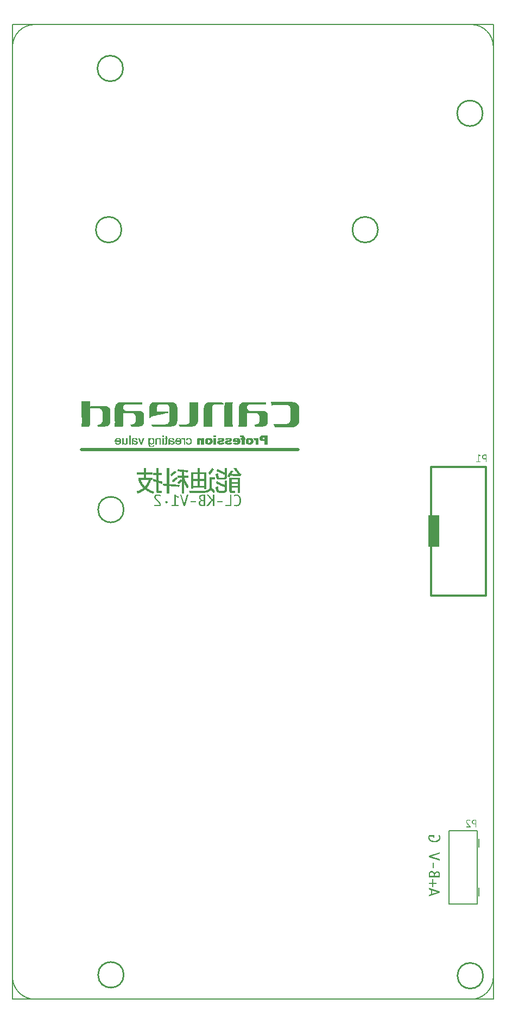
<source format=gbo>
%FSLAX24Y24*%
%MOIN*%
G70*
G01*
G75*
G04 Layer_Color=65280*
%ADD10C,0.0394*%
%ADD11R,0.0500X0.0400*%
%ADD12R,0.0400X0.0500*%
%ADD13O,0.0800X0.0300*%
%ADD14R,0.0800X0.0300*%
%ADD15R,0.1339X0.0700*%
%ADD16R,0.1339X0.0472*%
%ADD17R,0.1339X0.0472*%
G04:AMPARAMS|DCode=18|XSize=40mil|YSize=50mil|CornerRadius=0mil|HoleSize=0mil|Usage=FLASHONLY|Rotation=135.000|XOffset=0mil|YOffset=0mil|HoleType=Round|Shape=Rectangle|*
%AMROTATEDRECTD18*
4,1,4,0.0318,0.0035,-0.0035,-0.0318,-0.0318,-0.0035,0.0035,0.0318,0.0318,0.0035,0.0*
%
%ADD18ROTATEDRECTD18*%

%ADD19O,0.0160X0.1000*%
%ADD20O,0.1000X0.0160*%
%ADD21O,0.0300X0.0800*%
%ADD22R,0.0300X0.0800*%
%ADD23O,0.0240X0.0800*%
%ADD24C,0.0300*%
%ADD25C,0.0150*%
%ADD26C,0.0120*%
%ADD27C,0.0200*%
%ADD28C,0.0050*%
%ADD29C,0.0100*%
%ADD30C,0.0650*%
%ADD31C,0.0709*%
%ADD32O,0.0709X0.0550*%
%ADD33C,0.0500*%
%ADD34C,0.0591*%
%ADD35C,0.0787*%
%ADD36C,0.0787*%
%ADD37O,0.0980X0.1020*%
%ADD38C,0.0600*%
%ADD39C,0.0250*%
%ADD40C,0.0984*%
%ADD41C,0.0080*%
%ADD42C,0.0060*%
%ADD43C,0.0061*%
%ADD44C,0.0079*%
%ADD45R,0.1575X0.0153*%
%ADD46C,0.0866*%
%ADD47C,0.0474*%
%ADD48R,0.0580X0.0480*%
%ADD49R,0.0480X0.0580*%
%ADD50O,0.0880X0.0380*%
%ADD51R,0.0880X0.0380*%
%ADD52R,0.1419X0.0780*%
%ADD53R,0.1419X0.0552*%
%ADD54R,0.1419X0.0552*%
G04:AMPARAMS|DCode=55|XSize=48mil|YSize=58mil|CornerRadius=0mil|HoleSize=0mil|Usage=FLASHONLY|Rotation=135.000|XOffset=0mil|YOffset=0mil|HoleType=Round|Shape=Rectangle|*
%AMROTATEDRECTD55*
4,1,4,0.0375,0.0035,-0.0035,-0.0375,-0.0375,-0.0035,0.0035,0.0375,0.0375,0.0035,0.0*
%
%ADD55ROTATEDRECTD55*%

%ADD56O,0.0240X0.1080*%
%ADD57O,0.1080X0.0240*%
%ADD58O,0.0380X0.0880*%
%ADD59R,0.0380X0.0880*%
%ADD60O,0.0320X0.0880*%
%ADD61C,0.0730*%
%ADD62C,0.0789*%
%ADD63O,0.0789X0.0630*%
%ADD64C,0.0580*%
%ADD65C,0.0671*%
%ADD66C,0.0867*%
%ADD67C,0.0867*%
%ADD68O,0.1060X0.1100*%
%ADD69C,0.0680*%
%ADD70C,0.1064*%
%ADD71C,0.0020*%
%ADD72C,0.0197*%
%ADD73R,0.0667X0.1929*%
G36*
X13450Y30280D02*
X13078D01*
Y30356D01*
X13360D01*
Y30968D01*
X13450D01*
Y30280D01*
D02*
G37*
G36*
X11835D02*
X11649D01*
X11632Y30281D01*
X11617Y30282D01*
X11604Y30283D01*
X11590Y30286D01*
X11579Y30287D01*
X11568Y30289D01*
X11559Y30291D01*
X11551Y30293D01*
X11544Y30296D01*
X11538Y30297D01*
X11534Y30299D01*
X11527Y30301D01*
X11525Y30302D01*
X11509Y30312D01*
X11495Y30322D01*
X11484Y30333D01*
X11474Y30344D01*
X11466Y30354D01*
X11460Y30362D01*
X11457Y30367D01*
X11456Y30369D01*
X11448Y30386D01*
X11441Y30401D01*
X11437Y30416D01*
X11435Y30430D01*
X11432Y30441D01*
X11431Y30450D01*
Y30456D01*
Y30458D01*
X11432Y30476D01*
X11436Y30493D01*
X11440Y30509D01*
X11446Y30523D01*
X11451Y30536D01*
X11456Y30546D01*
X11459Y30551D01*
X11460Y30553D01*
X11466Y30562D01*
X11474Y30571D01*
X11490Y30587D01*
X11508Y30600D01*
X11527Y30612D01*
X11544Y30621D01*
X11551Y30626D01*
X11558Y30629D01*
X11564Y30631D01*
X11568Y30633D01*
X11570Y30634D01*
X11571D01*
X11556Y30643D01*
X11542Y30652D01*
X11530Y30660D01*
X11520Y30668D01*
X11514Y30674D01*
X11508Y30680D01*
X11505Y30683D01*
X11504Y30684D01*
X11488Y30706D01*
X11482Y30716D01*
X11477Y30724D01*
X11474Y30733D01*
X11470Y30739D01*
X11468Y30743D01*
Y30744D01*
X11464Y30757D01*
X11461Y30769D01*
X11459Y30780D01*
X11457Y30791D01*
Y30800D01*
X11456Y30807D01*
Y30812D01*
Y30813D01*
X11457Y30830D01*
X11459Y30845D01*
X11462Y30860D01*
X11466Y30872D01*
X11470Y30882D01*
X11474Y30889D01*
X11476Y30894D01*
X11477Y30895D01*
X11485Y30908D01*
X11495Y30919D01*
X11505Y30928D01*
X11515Y30935D01*
X11524Y30941D01*
X11531Y30945D01*
X11536Y30948D01*
X11538Y30949D01*
X11547Y30952D01*
X11557Y30955D01*
X11568Y30958D01*
X11580Y30960D01*
X11607Y30963D01*
X11635Y30965D01*
X11660Y30967D01*
X11671Y30968D01*
X11835D01*
Y30280D01*
D02*
G37*
G36*
X13779Y30987D02*
X13807Y30982D01*
X13831Y30974D01*
X13853Y30967D01*
X13872Y30959D01*
X13880Y30954D01*
X13886Y30951D01*
X13891Y30949D01*
X13894Y30947D01*
X13897Y30944D01*
X13898D01*
X13922Y30927D01*
X13943Y30905D01*
X13961Y30884D01*
X13976Y30863D01*
X13988Y30844D01*
X13992Y30837D01*
X13997Y30830D01*
X13999Y30823D01*
X14001Y30819D01*
X14003Y30817D01*
Y30815D01*
X14016Y30783D01*
X14024Y30750D01*
X14031Y30718D01*
X14036Y30688D01*
X14037Y30674D01*
X14038Y30662D01*
X14039Y30651D01*
Y30641D01*
X14040Y30633D01*
Y30628D01*
Y30624D01*
Y30623D01*
X14039Y30584D01*
X14034Y30548D01*
X14028Y30514D01*
X14024Y30500D01*
X14021Y30487D01*
X14018Y30473D01*
X14014Y30463D01*
X14011Y30453D01*
X14008Y30446D01*
X14006Y30439D01*
X14003Y30434D01*
X14002Y30431D01*
Y30430D01*
X13987Y30400D01*
X13970Y30374D01*
X13952Y30352D01*
X13936Y30334D01*
X13920Y30320D01*
X13908Y30310D01*
X13903Y30307D01*
X13900Y30304D01*
X13898Y30302D01*
X13897D01*
X13871Y30288D01*
X13844Y30278D01*
X13820Y30270D01*
X13798Y30266D01*
X13778Y30262D01*
X13770Y30261D01*
X13762D01*
X13757Y30260D01*
X13749D01*
X13726Y30261D01*
X13701Y30264D01*
X13678Y30269D01*
X13656Y30274D01*
X13638Y30279D01*
X13630Y30281D01*
X13623Y30283D01*
X13618Y30286D01*
X13613Y30287D01*
X13611Y30288D01*
X13610D01*
Y30369D01*
X13637Y30356D01*
X13662Y30346D01*
X13687Y30338D01*
X13708Y30333D01*
X13727Y30330D01*
X13733Y30329D01*
X13740D01*
X13746Y30328D01*
X13752D01*
X13771Y30329D01*
X13789Y30333D01*
X13806Y30339D01*
X13820Y30346D01*
X13832Y30351D01*
X13841Y30357D01*
X13847Y30361D01*
X13849Y30362D01*
X13864Y30377D01*
X13878Y30394D01*
X13890Y30411D01*
X13901Y30429D01*
X13909Y30444D01*
X13914Y30458D01*
X13917Y30462D01*
X13919Y30466D01*
X13920Y30468D01*
Y30469D01*
X13929Y30496D01*
X13936Y30523D01*
X13941Y30549D01*
X13944Y30573D01*
X13946Y30583D01*
X13947Y30593D01*
Y30602D01*
X13948Y30609D01*
Y30616D01*
Y30620D01*
Y30622D01*
Y30623D01*
X13947Y30653D01*
X13943Y30682D01*
X13939Y30709D01*
X13934Y30731D01*
X13932Y30741D01*
X13930Y30750D01*
X13928Y30758D01*
X13926Y30764D01*
X13923Y30770D01*
X13922Y30773D01*
X13921Y30775D01*
Y30777D01*
X13910Y30801D01*
X13898Y30823D01*
X13887Y30841D01*
X13876Y30857D01*
X13866Y30868D01*
X13857Y30877D01*
X13852Y30881D01*
X13850Y30883D01*
X13833Y30895D01*
X13816Y30904D01*
X13800Y30911D01*
X13784Y30915D01*
X13771Y30918D01*
X13761Y30920D01*
X13752D01*
X13726Y30918D01*
X13700Y30913D01*
X13676Y30907D01*
X13654Y30900D01*
X13637Y30892D01*
X13629Y30889D01*
X13622Y30885D01*
X13617Y30882D01*
X13613Y30881D01*
X13611Y30879D01*
X13610D01*
Y30960D01*
X13638Y30970D01*
X13664Y30977D01*
X13688Y30982D01*
X13708Y30985D01*
X13726Y30988D01*
X13732D01*
X13738Y30989D01*
X13749D01*
X13779Y30987D01*
D02*
G37*
G36*
X9467Y30591D02*
X9477Y30589D01*
X9486Y30586D01*
X9494Y30581D01*
X9499Y30577D01*
X9505Y30573D01*
X9507Y30571D01*
X9508Y30570D01*
X9515Y30561D01*
X9519Y30553D01*
X9524Y30544D01*
X9526Y30537D01*
X9527Y30530D01*
X9528Y30524D01*
Y30521D01*
Y30520D01*
X9527Y30510D01*
X9525Y30501D01*
X9522Y30492D01*
X9518Y30486D01*
X9515Y30479D01*
X9512Y30474D01*
X9509Y30471D01*
X9508Y30470D01*
X9499Y30462D01*
X9492Y30457D01*
X9483Y30453D01*
X9474Y30451D01*
X9467Y30449D01*
X9462Y30448D01*
X9456D01*
X9445Y30449D01*
X9435Y30451D01*
X9426Y30454D01*
X9418Y30459D01*
X9413Y30463D01*
X9408Y30467D01*
X9406Y30469D01*
X9405Y30470D01*
X9398Y30479D01*
X9393Y30488D01*
X9389Y30496D01*
X9386Y30503D01*
X9385Y30510D01*
X9384Y30516D01*
Y30519D01*
Y30520D01*
X9385Y30530D01*
X9387Y30540D01*
X9390Y30548D01*
X9394Y30556D01*
X9398Y30561D01*
X9402Y30567D01*
X9404Y30569D01*
X9405Y30570D01*
X9413Y30578D01*
X9422Y30583D01*
X9429Y30587D01*
X9438Y30590D01*
X9445Y30591D01*
X9450Y30592D01*
X9456D01*
X9467Y30591D01*
D02*
G37*
G36*
X10591Y30280D02*
X10500D01*
X10288Y30968D01*
X10375D01*
X10524Y30487D01*
X10541Y30417D01*
X10561Y30487D01*
X10710Y30968D01*
X10805D01*
X10591Y30280D01*
D02*
G37*
G36*
X26250Y10033D02*
X26257Y10006D01*
X26262Y9983D01*
X26265Y9962D01*
X26268Y9945D01*
Y9938D01*
X26269Y9933D01*
Y9928D01*
Y9925D01*
Y9923D01*
Y9922D01*
X26267Y9892D01*
X26262Y9864D01*
X26254Y9840D01*
X26247Y9817D01*
X26239Y9798D01*
X26234Y9791D01*
X26231Y9785D01*
X26229Y9780D01*
X26227Y9776D01*
X26224Y9774D01*
Y9773D01*
X26207Y9748D01*
X26185Y9727D01*
X26164Y9710D01*
X26143Y9695D01*
X26124Y9683D01*
X26117Y9679D01*
X26110Y9674D01*
X26103Y9672D01*
X26099Y9670D01*
X26097Y9667D01*
X26095D01*
X26063Y9655D01*
X26030Y9646D01*
X25998Y9640D01*
X25968Y9635D01*
X25954Y9634D01*
X25942Y9633D01*
X25931Y9632D01*
X25921D01*
X25913Y9631D01*
X25903D01*
X25864Y9632D01*
X25828Y9636D01*
X25794Y9643D01*
X25780Y9646D01*
X25766Y9650D01*
X25753Y9653D01*
X25742Y9656D01*
X25732Y9660D01*
X25724Y9663D01*
X25718Y9665D01*
X25713Y9667D01*
X25710Y9668D01*
X25709D01*
X25679Y9684D01*
X25653Y9701D01*
X25631Y9718D01*
X25613Y9735D01*
X25599Y9750D01*
X25589Y9762D01*
X25586Y9766D01*
X25583Y9770D01*
X25581Y9772D01*
Y9773D01*
X25568Y9800D01*
X25558Y9825D01*
X25550Y9852D01*
X25546Y9875D01*
X25542Y9896D01*
X25541Y9905D01*
Y9913D01*
X25540Y9918D01*
Y9924D01*
Y9926D01*
Y9927D01*
X25541Y9951D01*
X25543Y9974D01*
X25547Y9996D01*
X25550Y10017D01*
X25553Y10035D01*
X25556Y10042D01*
X25557Y10048D01*
X25558Y10054D01*
X25559Y10057D01*
X25560Y10060D01*
Y10061D01*
X25900D01*
Y9902D01*
X25831D01*
Y9971D01*
X25610D01*
X25609Y9956D01*
X25608Y9945D01*
Y9941D01*
Y9937D01*
Y9936D01*
Y9935D01*
X25609Y9915D01*
X25612Y9896D01*
X25617Y9880D01*
X25622Y9864D01*
X25629Y9850D01*
X25637Y9836D01*
X25644Y9824D01*
X25653Y9813D01*
X25662Y9804D01*
X25670Y9796D01*
X25678Y9790D01*
X25684Y9784D01*
X25690Y9780D01*
X25696Y9776D01*
X25698Y9775D01*
X25699Y9774D01*
X25717Y9765D01*
X25734Y9757D01*
X25770Y9744D01*
X25804Y9735D01*
X25836Y9730D01*
X25850Y9727D01*
X25863Y9725D01*
X25874Y9724D01*
X25884D01*
X25892Y9723D01*
X25903D01*
X25933Y9724D01*
X25962Y9727D01*
X25989Y9732D01*
X26011Y9736D01*
X26021Y9738D01*
X26030Y9741D01*
X26038Y9743D01*
X26044Y9745D01*
X26050Y9747D01*
X26053Y9748D01*
X26056Y9750D01*
X26057D01*
X26081Y9761D01*
X26103Y9772D01*
X26121Y9784D01*
X26137Y9795D01*
X26148Y9805D01*
X26157Y9813D01*
X26161Y9818D01*
X26163Y9821D01*
X26175Y9837D01*
X26184Y9855D01*
X26191Y9871D01*
X26195Y9886D01*
X26198Y9900D01*
X26200Y9910D01*
Y9916D01*
Y9917D01*
Y9918D01*
X26198Y9945D01*
X26193Y9971D01*
X26187Y9994D01*
X26180Y10016D01*
X26172Y10034D01*
X26169Y10042D01*
X26165Y10048D01*
X26162Y10054D01*
X26161Y10057D01*
X26159Y10060D01*
Y10061D01*
X26240D01*
X26250Y10033D01*
D02*
G37*
G36*
X25836Y7158D02*
X26041D01*
Y7089D01*
X25836D01*
Y6882D01*
X25766D01*
Y7089D01*
X25560D01*
Y7158D01*
X25766D01*
Y7364D01*
X25836D01*
Y7158D01*
D02*
G37*
G36*
X26248Y6622D02*
Y6532D01*
X25560Y6320D01*
Y6405D01*
X25711Y6452D01*
Y6694D01*
X25560Y6742D01*
Y6837D01*
X26248Y6622D01*
D02*
G37*
G36*
X25756Y7874D02*
X25773Y7871D01*
X25789Y7866D01*
X25803Y7861D01*
X25816Y7855D01*
X25826Y7851D01*
X25831Y7848D01*
X25833Y7846D01*
X25842Y7841D01*
X25851Y7833D01*
X25867Y7816D01*
X25880Y7799D01*
X25892Y7780D01*
X25901Y7763D01*
X25906Y7755D01*
X25909Y7749D01*
X25911Y7743D01*
X25913Y7739D01*
X25914Y7736D01*
Y7735D01*
X25923Y7751D01*
X25932Y7764D01*
X25940Y7776D01*
X25948Y7786D01*
X25954Y7793D01*
X25960Y7799D01*
X25963Y7802D01*
X25964Y7803D01*
X25986Y7819D01*
X25996Y7824D01*
X26004Y7830D01*
X26013Y7833D01*
X26019Y7836D01*
X26023Y7839D01*
X26024D01*
X26037Y7843D01*
X26049Y7845D01*
X26060Y7848D01*
X26071Y7850D01*
X26080D01*
X26087Y7851D01*
X26093D01*
X26110Y7850D01*
X26126Y7848D01*
X26140Y7844D01*
X26152Y7841D01*
X26162Y7836D01*
X26169Y7833D01*
X26174Y7831D01*
X26175Y7830D01*
X26188Y7822D01*
X26199Y7812D01*
X26208Y7802D01*
X26215Y7792D01*
X26221Y7783D01*
X26225Y7775D01*
X26228Y7771D01*
X26229Y7769D01*
X26232Y7760D01*
X26235Y7750D01*
X26238Y7739D01*
X26240Y7726D01*
X26243Y7700D01*
X26245Y7672D01*
X26247Y7646D01*
X26248Y7635D01*
Y7626D01*
Y7618D01*
Y7612D01*
Y7608D01*
Y7606D01*
Y7472D01*
X25560D01*
Y7640D01*
Y7658D01*
X25561Y7674D01*
X25562Y7690D01*
X25563Y7703D01*
X25566Y7716D01*
X25567Y7728D01*
X25569Y7739D01*
X25571Y7748D01*
X25573Y7755D01*
X25576Y7763D01*
X25577Y7769D01*
X25579Y7773D01*
X25581Y7780D01*
X25582Y7782D01*
X25592Y7798D01*
X25602Y7812D01*
X25613Y7823D01*
X25624Y7833D01*
X25634Y7841D01*
X25642Y7846D01*
X25647Y7850D01*
X25649Y7851D01*
X25666Y7859D01*
X25681Y7865D01*
X25696Y7870D01*
X25710Y7872D01*
X25721Y7874D01*
X25730Y7875D01*
X25738D01*
X25756Y7874D01*
D02*
G37*
G36*
X26248Y8932D02*
X25767Y8783D01*
X25697Y8765D01*
X25767Y8745D01*
X26248Y8596D01*
Y8502D01*
X25560Y8715D01*
Y8806D01*
X26248Y9019D01*
Y8932D01*
D02*
G37*
G36*
X25872Y8042D02*
X25804D01*
Y8386D01*
X25872D01*
Y8042D01*
D02*
G37*
G36*
X11265Y30524D02*
X10920D01*
Y30592D01*
X11265D01*
Y30524D01*
D02*
G37*
G36*
X28481Y10560D02*
X28422D01*
Y10731D01*
X28348D01*
X28336Y10732D01*
X28324Y10734D01*
X28313Y10736D01*
X28302Y10739D01*
X28292Y10742D01*
X28283Y10746D01*
X28275Y10749D01*
X28268Y10754D01*
X28261Y10757D01*
X28256Y10761D01*
X28251Y10763D01*
X28248Y10766D01*
X28245Y10769D01*
X28243Y10769D01*
X28242Y10770D01*
X28234Y10778D01*
X28227Y10787D01*
X28220Y10796D01*
X28214Y10805D01*
X28210Y10815D01*
X28206Y10823D01*
X28200Y10840D01*
X28198Y10849D01*
X28197Y10856D01*
X28196Y10863D01*
X28195Y10869D01*
X28194Y10873D01*
Y10877D01*
Y10879D01*
Y10880D01*
X28195Y10892D01*
X28196Y10903D01*
X28198Y10914D01*
X28201Y10924D01*
X28204Y10933D01*
X28208Y10941D01*
X28211Y10949D01*
X28215Y10956D01*
X28219Y10962D01*
X28222Y10967D01*
X28226Y10971D01*
X28229Y10975D01*
X28232Y10978D01*
X28234Y10980D01*
X28235Y10981D01*
X28236Y10982D01*
X28244Y10988D01*
X28252Y10994D01*
X28271Y11003D01*
X28290Y11008D01*
X28308Y11013D01*
X28317Y11014D01*
X28325Y11016D01*
X28332Y11017D01*
X28338D01*
X28343Y11017D01*
X28481D01*
Y10560D01*
D02*
G37*
G36*
X8928Y30988D02*
X8944Y30985D01*
X8958Y30984D01*
X8972Y30982D01*
X8982Y30980D01*
X8989Y30979D01*
X8992D01*
X9013Y30974D01*
X9033Y30969D01*
X9052Y30963D01*
X9068Y30957D01*
X9083Y30951D01*
X9094Y30947D01*
X9098Y30944D01*
X9102Y30943D01*
X9103Y30942D01*
X9104D01*
Y30869D01*
X9085Y30877D01*
X9069Y30883D01*
X9056Y30889D01*
X9045Y30893D01*
X9037Y30897D01*
X9032Y30899D01*
X9028Y30900D01*
X9027D01*
X9008Y30905D01*
X8992Y30910D01*
X8984Y30911D01*
X8978Y30912D01*
X8974Y30913D01*
X8973D01*
X8961Y30915D01*
X8951Y30918D01*
X8941Y30919D01*
X8933D01*
X8925Y30920D01*
X8916D01*
X8899Y30919D01*
X8885Y30917D01*
X8872Y30912D01*
X8859Y30908D01*
X8849Y30903D01*
X8843Y30899D01*
X8837Y30897D01*
X8836Y30895D01*
X8824Y30885D01*
X8815Y30874D01*
X8809Y30863D01*
X8805Y30852D01*
X8803Y30842D01*
X8801Y30834D01*
Y30829D01*
Y30827D01*
X8802Y30817D01*
X8803Y30807D01*
X8805Y30798D01*
X8808Y30789D01*
X8812Y30782D01*
X8814Y30775D01*
X8815Y30772D01*
X8816Y30771D01*
X8823Y30759D01*
X8832Y30747D01*
X8843Y30732D01*
X8853Y30719D01*
X8863Y30708D01*
X8872Y30698D01*
X8877Y30691D01*
X8878Y30690D01*
X8879Y30689D01*
X8896Y30671D01*
X8909Y30657D01*
X8919Y30644D01*
X8928Y30636D01*
X8934Y30629D01*
X8937Y30624D01*
X8939Y30622D01*
X8941Y30621D01*
X8988Y30573D01*
X9015Y30544D01*
X9027Y30531D01*
X9038Y30519D01*
X9047Y30509D01*
X9054Y30501D01*
X9058Y30496D01*
X9059Y30493D01*
X9071Y30478D01*
X9080Y30463D01*
X9088Y30451D01*
X9095Y30440D01*
X9099Y30431D01*
X9103Y30423D01*
X9104Y30419D01*
X9105Y30418D01*
X9109Y30406D01*
X9112Y30394D01*
X9114Y30383D01*
X9116Y30374D01*
Y30367D01*
X9117Y30361D01*
Y30357D01*
Y30356D01*
Y30280D01*
X8701D01*
Y30356D01*
X9032D01*
X9029Y30374D01*
X9026Y30392D01*
X9022Y30407D01*
X9016Y30420D01*
X9012Y30431D01*
X9007Y30439D01*
X9005Y30443D01*
X9004Y30446D01*
X8994Y30460D01*
X8983Y30474D01*
X8973Y30488D01*
X8962Y30500D01*
X8953Y30510D01*
X8945Y30519D01*
X8941Y30523D01*
X8938Y30526D01*
X8896Y30567D01*
X8846Y30617D01*
X8832Y30631D01*
X8818Y30644D01*
X8807Y30657D01*
X8796Y30669D01*
X8777Y30691D01*
X8763Y30709D01*
X8753Y30723D01*
X8745Y30733D01*
X8741Y30740D01*
X8739Y30742D01*
X8731Y30760D01*
X8724Y30778D01*
X8718Y30794D01*
X8715Y30809D01*
X8713Y30820D01*
X8712Y30830D01*
Y30835D01*
Y30838D01*
X8713Y30853D01*
X8715Y30868D01*
X8718Y30881D01*
X8723Y30893D01*
X8727Y30903D01*
X8731Y30910D01*
X8733Y30915D01*
X8734Y30917D01*
X8743Y30930D01*
X8753Y30941D01*
X8764Y30950D01*
X8775Y30958D01*
X8785Y30963D01*
X8793Y30968D01*
X8798Y30970D01*
X8801Y30971D01*
X8817Y30977D01*
X8835Y30981D01*
X8851Y30984D01*
X8866Y30987D01*
X8879Y30988D01*
X8889Y30989D01*
X8913D01*
X8928Y30988D01*
D02*
G37*
G36*
X29113Y32978D02*
X29054D01*
Y33149D01*
X28981D01*
X28968Y33149D01*
X28957Y33151D01*
X28945Y33154D01*
X28935Y33157D01*
X28925Y33160D01*
X28916Y33163D01*
X28908Y33167D01*
X28900Y33171D01*
X28894Y33174D01*
X28888Y33178D01*
X28883Y33181D01*
X28880Y33184D01*
X28877Y33186D01*
X28876Y33187D01*
X28875Y33188D01*
X28867Y33196D01*
X28860Y33205D01*
X28853Y33214D01*
X28847Y33223D01*
X28843Y33232D01*
X28839Y33241D01*
X28833Y33258D01*
X28831Y33266D01*
X28829Y33274D01*
X28829Y33280D01*
X28828Y33286D01*
X28827Y33291D01*
Y33294D01*
Y33297D01*
Y33297D01*
X28828Y33309D01*
X28829Y33321D01*
X28831Y33331D01*
X28834Y33342D01*
X28837Y33351D01*
X28840Y33359D01*
X28844Y33367D01*
X28848Y33373D01*
X28851Y33379D01*
X28855Y33385D01*
X28859Y33389D01*
X28862Y33393D01*
X28865Y33396D01*
X28867Y33398D01*
X28868Y33399D01*
X28868Y33399D01*
X28877Y33405D01*
X28885Y33411D01*
X28903Y33420D01*
X28922Y33426D01*
X28941Y33430D01*
X28950Y33432D01*
X28957Y33433D01*
X28965Y33434D01*
X28971D01*
X28976Y33435D01*
X29113D01*
Y32978D01*
D02*
G37*
G36*
X28002Y11025D02*
X28015Y11024D01*
X28027Y11022D01*
X28039Y11019D01*
X28050Y11016D01*
X28060Y11012D01*
X28070Y11008D01*
X28079Y11005D01*
X28087Y11000D01*
X28094Y10997D01*
X28100Y10993D01*
X28106Y10990D01*
X28110Y10987D01*
X28113Y10985D01*
X28114Y10984D01*
X28115Y10983D01*
Y10925D01*
X28105Y10934D01*
X28094Y10942D01*
X28084Y10948D01*
X28074Y10955D01*
X28063Y10960D01*
X28054Y10964D01*
X28045Y10968D01*
X28036Y10970D01*
X28028Y10972D01*
X28020Y10974D01*
X28015Y10975D01*
X28009Y10976D01*
X28004Y10977D01*
X27998D01*
X27983Y10976D01*
X27971Y10974D01*
X27960Y10970D01*
X27951Y10966D01*
X27944Y10963D01*
X27939Y10959D01*
X27936Y10957D01*
X27935Y10956D01*
X27928Y10948D01*
X27923Y10938D01*
X27918Y10928D01*
X27916Y10918D01*
X27915Y10909D01*
X27913Y10903D01*
Y10900D01*
Y10897D01*
Y10897D01*
Y10896D01*
X27914Y10883D01*
X27916Y10872D01*
X27919Y10860D01*
X27922Y10850D01*
X27926Y10841D01*
X27929Y10835D01*
X27931Y10831D01*
X27932Y10830D01*
Y10829D01*
X27935Y10823D01*
X27940Y10817D01*
X27951Y10803D01*
X27963Y10788D01*
X27975Y10774D01*
X27986Y10762D01*
X27992Y10757D01*
X27996Y10752D01*
X28000Y10748D01*
X28003Y10745D01*
X28004Y10744D01*
X28005Y10743D01*
X28138Y10610D01*
Y10560D01*
X27860D01*
Y10611D01*
X28069D01*
Y10613D01*
X27965Y10714D01*
X27953Y10726D01*
X27943Y10737D01*
X27933Y10747D01*
X27924Y10757D01*
X27917Y10766D01*
X27909Y10775D01*
X27904Y10783D01*
X27898Y10790D01*
X27893Y10796D01*
X27889Y10802D01*
X27886Y10807D01*
X27883Y10811D01*
X27881Y10814D01*
X27879Y10817D01*
X27878Y10818D01*
Y10818D01*
X27871Y10834D01*
X27865Y10849D01*
X27861Y10863D01*
X27858Y10876D01*
X27857Y10886D01*
X27855Y10894D01*
Y10897D01*
Y10900D01*
Y10901D01*
Y10902D01*
X27856Y10912D01*
X27857Y10922D01*
X27861Y10940D01*
X27867Y10955D01*
X27873Y10968D01*
X27880Y10978D01*
X27886Y10985D01*
X27888Y10988D01*
X27890Y10990D01*
X27891Y10991D01*
X27892D01*
X27898Y10997D01*
X27906Y11003D01*
X27922Y11011D01*
X27938Y11017D01*
X27953Y11021D01*
X27967Y11024D01*
X27973Y11025D01*
X27978D01*
X27983Y11025D01*
X27989D01*
X28002Y11025D01*
D02*
G37*
G36*
X10050Y30944D02*
X10079Y30923D01*
X10107Y30905D01*
X10133Y30890D01*
X10145Y30883D01*
X10156Y30878D01*
X10166Y30872D01*
X10174Y30869D01*
X10181Y30865D01*
X10186Y30863D01*
X10189Y30861D01*
X10190D01*
Y30787D01*
X10168Y30794D01*
X10149Y30802D01*
X10134Y30810D01*
X10119Y30817D01*
X10109Y30821D01*
X10101Y30826D01*
X10096Y30828D01*
X10095Y30829D01*
X10068Y30845D01*
X10056Y30854D01*
X10045Y30862D01*
X10036Y30869D01*
X10029Y30875D01*
X10024Y30879D01*
X10023Y30880D01*
Y30348D01*
X10190D01*
Y30280D01*
X9774D01*
Y30348D01*
X9939D01*
Y30968D01*
X10023D01*
X10050Y30944D01*
D02*
G37*
G36*
X12387Y30280D02*
X12297D01*
Y30630D01*
X12024Y30280D01*
X11911D01*
X12194Y30641D01*
X11946Y30968D01*
X12041D01*
X12297Y30630D01*
Y30968D01*
X12387D01*
Y30280D01*
D02*
G37*
G36*
X28749Y33397D02*
Y33345D01*
X28644Y33375D01*
Y33027D01*
X28746D01*
Y32978D01*
X28484D01*
Y33027D01*
X28587D01*
Y33445D01*
X28749Y33397D01*
D02*
G37*
G36*
X12901Y30524D02*
X12557D01*
Y30592D01*
X12901D01*
Y30524D01*
D02*
G37*
%LPC*%
G36*
X25780Y6674D02*
Y6473D01*
X26041Y6554D01*
X26110Y6572D01*
X26041Y6592D01*
X25780Y6674D01*
D02*
G37*
G36*
X29054Y33383D02*
X28994D01*
X28975Y33382D01*
X28959Y33379D01*
X28945Y33375D01*
X28933Y33369D01*
X28923Y33362D01*
X28914Y33355D01*
X28908Y33347D01*
X28903Y33339D01*
X28898Y33331D01*
X28894Y33322D01*
X28892Y33315D01*
X28891Y33308D01*
X28890Y33302D01*
X28889Y33298D01*
Y33295D01*
Y33294D01*
X28891Y33278D01*
X28894Y33265D01*
X28898Y33252D01*
X28903Y33242D01*
X28908Y33235D01*
X28913Y33229D01*
X28916Y33226D01*
X28917Y33225D01*
X28929Y33217D01*
X28942Y33211D01*
X28956Y33206D01*
X28969Y33203D01*
X28981Y33202D01*
X28986Y33201D01*
X28991D01*
X28994Y33200D01*
X29054D01*
Y33383D01*
D02*
G37*
G36*
X25748Y7785D02*
X25742D01*
X25726Y7784D01*
X25710Y7780D01*
X25696Y7774D01*
X25684Y7769D01*
X25674Y7762D01*
X25668Y7756D01*
X25662Y7752D01*
X25661Y7751D01*
X25650Y7736D01*
X25642Y7721D01*
X25636Y7703D01*
X25632Y7686D01*
X25630Y7671D01*
X25629Y7659D01*
X25628Y7653D01*
Y7650D01*
Y7648D01*
Y7646D01*
Y7562D01*
X25869D01*
Y7586D01*
X25868Y7615D01*
X25867Y7641D01*
X25863Y7662D01*
X25861Y7679D01*
X25858Y7692D01*
X25854Y7701D01*
X25853Y7706D01*
X25852Y7709D01*
X25846Y7723D01*
X25838Y7734D01*
X25830Y7744D01*
X25822Y7753D01*
X25816Y7759D01*
X25810Y7763D01*
X25807Y7765D01*
X25806Y7766D01*
X25794Y7773D01*
X25783Y7778D01*
X25773Y7781D01*
X25763Y7783D01*
X25754Y7784D01*
X25748Y7785D01*
D02*
G37*
G36*
X11745Y30899D02*
X11667D01*
X11654Y30898D01*
X11641Y30897D01*
X11630Y30895D01*
X11620Y30893D01*
X11610Y30891D01*
X11596Y30887D01*
X11585Y30882D01*
X11577Y30878D01*
X11572Y30875D01*
X11571Y30874D01*
X11561Y30864D01*
X11555Y30853D01*
X11549Y30841D01*
X11546Y30830D01*
X11544Y30819D01*
X11542Y30810D01*
Y30804D01*
Y30803D01*
Y30802D01*
X11544Y30780D01*
X11546Y30770D01*
X11547Y30762D01*
X11549Y30754D01*
X11551Y30749D01*
X11552Y30746D01*
Y30744D01*
X11561Y30727D01*
X11567Y30719D01*
X11571Y30711D01*
X11576Y30706D01*
X11580Y30701D01*
X11582Y30699D01*
X11584Y30698D01*
X11592Y30690D01*
X11602Y30682D01*
X11625Y30670D01*
X11635Y30664D01*
X11642Y30661D01*
X11648Y30659D01*
X11650Y30658D01*
X11745D01*
Y30899D01*
D02*
G37*
G36*
Y30589D02*
X11720D01*
X11691Y30588D01*
X11666Y30587D01*
X11645Y30583D01*
X11628Y30581D01*
X11615Y30578D01*
X11606Y30574D01*
X11600Y30573D01*
X11598Y30572D01*
X11584Y30566D01*
X11572Y30558D01*
X11562Y30550D01*
X11554Y30542D01*
X11548Y30536D01*
X11544Y30530D01*
X11541Y30527D01*
X11540Y30526D01*
X11534Y30514D01*
X11529Y30503D01*
X11526Y30493D01*
X11524Y30483D01*
X11522Y30474D01*
X11521Y30468D01*
Y30463D01*
Y30462D01*
X11522Y30446D01*
X11527Y30430D01*
X11532Y30416D01*
X11538Y30404D01*
X11545Y30394D01*
X11550Y30388D01*
X11555Y30382D01*
X11556Y30381D01*
X11570Y30370D01*
X11586Y30362D01*
X11604Y30356D01*
X11620Y30352D01*
X11636Y30350D01*
X11648Y30349D01*
X11654Y30348D01*
X11745D01*
Y30589D01*
D02*
G37*
G36*
X26090Y7764D02*
X26082D01*
X26060Y7763D01*
X26050Y7761D01*
X26042Y7760D01*
X26034Y7758D01*
X26029Y7755D01*
X26026Y7754D01*
X26024D01*
X26007Y7745D01*
X25999Y7740D01*
X25991Y7735D01*
X25986Y7731D01*
X25981Y7726D01*
X25979Y7724D01*
X25978Y7723D01*
X25970Y7714D01*
X25962Y7704D01*
X25950Y7682D01*
X25944Y7672D01*
X25941Y7664D01*
X25939Y7659D01*
X25938Y7656D01*
Y7562D01*
X26179D01*
Y7624D01*
Y7640D01*
X26178Y7653D01*
X26177Y7665D01*
X26175Y7676D01*
X26173Y7686D01*
X26171Y7696D01*
X26167Y7711D01*
X26162Y7722D01*
X26158Y7730D01*
X26156Y7734D01*
X26154Y7735D01*
X26144Y7745D01*
X26133Y7752D01*
X26121Y7758D01*
X26110Y7761D01*
X26099Y7763D01*
X26090Y7764D01*
D02*
G37*
G36*
X28422Y10966D02*
X28361D01*
X28342Y10965D01*
X28326Y10962D01*
X28313Y10957D01*
X28300Y10951D01*
X28291Y10945D01*
X28282Y10937D01*
X28275Y10929D01*
X28270Y10921D01*
X28265Y10913D01*
X28262Y10905D01*
X28259Y10897D01*
X28258Y10891D01*
X28257Y10885D01*
X28257Y10880D01*
Y10877D01*
Y10877D01*
X28258Y10860D01*
X28261Y10847D01*
X28265Y10835D01*
X28271Y10825D01*
X28276Y10818D01*
X28280Y10812D01*
X28283Y10809D01*
X28285Y10807D01*
X28296Y10799D01*
X28309Y10793D01*
X28323Y10789D01*
X28336Y10786D01*
X28348Y10784D01*
X28353Y10783D01*
X28358D01*
X28362Y10783D01*
X28422D01*
Y10966D01*
D02*
G37*
%LPD*%
D26*
X25700Y32665D02*
X29075Y32665D01*
X29075Y24791D01*
X25700Y24791D02*
X29075Y24791D01*
X25700Y24791D02*
Y32665D01*
D28*
X28150Y0D02*
G03*
X29528Y1378I0J1378D01*
G01*
X0D02*
G03*
X1378Y0I1378J0D01*
G01*
X29528Y58465D02*
G03*
X28150Y59843I-1378J0D01*
G01*
X1378D02*
G03*
X0Y58465I0J-1378D01*
G01*
Y59843D02*
X29528D01*
Y0D02*
Y59843D01*
X28560Y0D02*
X29528D01*
X0D02*
X28560D01*
X0D02*
Y59843D01*
D29*
X6831Y1496D02*
G03*
X6831Y1496I-787J0D01*
G01*
Y30059D02*
G03*
X6831Y30059I-787J0D01*
G01*
X6792Y57140D02*
G03*
X6792Y57140I-787J0D01*
G01*
X22441Y47244D02*
G03*
X22441Y47244I-787J0D01*
G01*
X28898Y1441D02*
G03*
X28898Y1441I-787J0D01*
G01*
X28874Y54390D02*
G03*
X28874Y54390I-787J0D01*
G01*
X6693Y47244D02*
G03*
X6693Y47244I-787J0D01*
G01*
D42*
X28650Y6360D02*
Y6860D01*
X28522Y5860D02*
Y10360D01*
X26800Y5860D02*
X28522D01*
X26800D02*
Y10360D01*
X28522D01*
X28650Y9360D02*
Y9860D01*
D71*
X7680Y31080D02*
X7700D01*
X8560D02*
X8620D01*
X9480D02*
X9600D01*
X10400D02*
X10500D01*
X7680Y31100D02*
X7740D01*
X8520D02*
X8640D01*
X8940D02*
X9120D01*
X9480D02*
X9600D01*
X10400D02*
X10500D01*
X13820D02*
X13940D01*
X7660Y31120D02*
X7800D01*
X8480D02*
X8640D01*
X8880D02*
X9120D01*
X9480D02*
X9600D01*
X10400D02*
X10500D01*
X10880D02*
X11800D01*
X12320D02*
X12360D01*
X12660D02*
X13000D01*
X13380D02*
X13640D01*
X13820D02*
X13940D01*
X7640Y31140D02*
X7840D01*
X8440D02*
X8660D01*
X8860D02*
X9120D01*
X9480D02*
X9600D01*
X10400D02*
X10500D01*
X10880D02*
X11900D01*
X12300D02*
X12360D01*
X12580D02*
X13060D01*
X13360D02*
X13640D01*
X13820D02*
X13940D01*
X7620Y31160D02*
X7880D01*
X8400D02*
X8680D01*
X8840D02*
X9140D01*
X9480D02*
X9600D01*
X10400D02*
X10500D01*
X10860D02*
X11980D01*
X12300D02*
X12380D01*
X12560D02*
X13080D01*
X13340D02*
X13640D01*
X13820D02*
X13940D01*
X7620Y31180D02*
X7900D01*
X8360D02*
X8640D01*
X8840D02*
X9140D01*
X9480D02*
X9600D01*
X10400D02*
X10500D01*
X10860D02*
X12020D01*
X12280D02*
X12380D01*
X12540D02*
X13100D01*
X13320D02*
X13640D01*
X13820D02*
X13940D01*
X7640Y31200D02*
X7940D01*
X8320D02*
X8580D01*
X8820D02*
X9140D01*
X9480D02*
X9600D01*
X10400D02*
X10500D01*
X10860D02*
X12040D01*
X12260D02*
X12400D01*
X12520D02*
X13120D01*
X13320D02*
X13640D01*
X13820D02*
X13940D01*
X7700Y31220D02*
X7980D01*
X8280D02*
X8540D01*
X8820D02*
X8960D01*
X9480D02*
X9600D01*
X10400D02*
X10500D01*
X10840D02*
X11120D01*
X11740D02*
X12080D01*
X12240D02*
X12400D01*
X12520D02*
X12680D01*
X12960D02*
X13120D01*
X13300D02*
X13440D01*
X13820D02*
X13940D01*
X7760Y31240D02*
X8000D01*
X8260D02*
X8480D01*
X8820D02*
X8940D01*
X9480D02*
X9600D01*
X10400D02*
X10500D01*
X11880D02*
X12100D01*
X12220D02*
X12380D01*
X12500D02*
X12640D01*
X13000D02*
X13140D01*
X13300D02*
X13420D01*
X13820D02*
X13940D01*
X7800Y31260D02*
X8040D01*
X8220D02*
X8440D01*
X8820D02*
X8940D01*
X9480D02*
X9600D01*
X10400D02*
X10500D01*
X11940D02*
X12120D01*
X12200D02*
X12360D01*
X12500D02*
X12620D01*
X13020D02*
X13140D01*
X13300D02*
X13420D01*
X13820D02*
X13940D01*
X7840Y31280D02*
X8060D01*
X8200D02*
X8400D01*
X8820D02*
X8940D01*
X9480D02*
X9600D01*
X10400D02*
X10500D01*
X11980D02*
X12140D01*
X12180D02*
X12340D01*
X12500D02*
X12620D01*
X13020D02*
X13140D01*
X13300D02*
X13420D01*
X13820D02*
X13940D01*
X7880Y31300D02*
X8080D01*
X8160D02*
X8360D01*
X8820D02*
X8940D01*
X9480D02*
X9600D01*
X10400D02*
X10500D01*
X12020D02*
X12320D01*
X12500D02*
X12600D01*
X13020D02*
X13140D01*
X13300D02*
X13420D01*
X13820D02*
X13940D01*
X7920Y31320D02*
X8120D01*
X8140D02*
X8320D01*
X8820D02*
X8940D01*
X9480D02*
X9600D01*
X10400D02*
X10500D01*
X12040D02*
X12300D01*
X12500D02*
X12600D01*
X13020D02*
X13140D01*
X13300D02*
X13420D01*
X13820D02*
X13940D01*
X7960Y31340D02*
X8300D01*
X8820D02*
X8940D01*
X9480D02*
X9600D01*
X10400D02*
X10500D01*
X12080D02*
X12260D01*
X12500D02*
X12600D01*
X13020D02*
X13140D01*
X13300D02*
X13420D01*
X13820D02*
X13940D01*
X7980Y31360D02*
X8260D01*
X8820D02*
X8940D01*
X9480D02*
X9600D01*
X10400D02*
X10500D01*
X11760D02*
X11880D01*
X12080D02*
X12240D01*
X12480D02*
X12600D01*
X13020D02*
X13140D01*
X13300D02*
X13420D01*
X13820D02*
X13940D01*
X8000Y31380D02*
X8240D01*
X8820D02*
X8940D01*
X9480D02*
X9600D01*
X10400D02*
X10500D01*
X10960D02*
X11060D01*
X11760D02*
X11880D01*
X12100D02*
X12220D01*
X12480D02*
X12600D01*
X13020D02*
X13140D01*
X13300D02*
X13420D01*
X13820D02*
X13940D01*
X8020Y31400D02*
X8220D01*
X8820D02*
X8940D01*
X9480D02*
X9600D01*
X10400D02*
X10500D01*
X10720D02*
X10740D01*
X10960D02*
X11060D01*
X11760D02*
X11880D01*
X12100D02*
X12200D01*
X12480D02*
X12600D01*
X13020D02*
X13140D01*
X13300D02*
X13420D01*
X13820D02*
X13940D01*
X8020Y31420D02*
X8220D01*
X8820D02*
X8940D01*
X9480D02*
X9600D01*
X10400D02*
X10500D01*
X10700D02*
X10740D01*
X10960D02*
X11060D01*
X11760D02*
X11880D01*
X12100D02*
X12200D01*
X12480D02*
X12600D01*
X13020D02*
X13140D01*
X13300D02*
X13420D01*
X13820D02*
X13940D01*
X8000Y31440D02*
X8240D01*
X8820D02*
X8940D01*
X9480D02*
X9600D01*
X10400D02*
X10500D01*
X10680D02*
X10760D01*
X10960D02*
X11880D01*
X12100D02*
X12200D01*
X12480D02*
X12600D01*
X13020D02*
X13140D01*
X13300D02*
X13940D01*
X7980Y31460D02*
X8260D01*
X8820D02*
X8940D01*
X9480D02*
X9600D01*
X10400D02*
X10500D01*
X10680D02*
X10760D01*
X10960D02*
X11880D01*
X12100D02*
X12200D01*
X12480D02*
X12600D01*
X13020D02*
X13140D01*
X13300D02*
X13940D01*
X7960Y31480D02*
X8260D01*
X8820D02*
X8940D01*
X9480D02*
X9600D01*
X10160D02*
X10200D01*
X10400D02*
X10500D01*
X10660D02*
X10780D01*
X10960D02*
X11880D01*
X12100D02*
X12200D01*
X12540D02*
X12600D01*
X12980D02*
X13140D01*
X13300D02*
X13940D01*
X7940Y31500D02*
X8080D01*
X8140D02*
X8280D01*
X8820D02*
X8940D01*
X9480D02*
X9600D01*
X9960D02*
X10200D01*
X10400D02*
X10500D01*
X10660D02*
X10780D01*
X10960D02*
X11880D01*
X12100D02*
X12200D01*
X12920D02*
X13140D01*
X13300D02*
X13940D01*
X7940Y31520D02*
X8080D01*
X8160D02*
X8300D01*
X8820D02*
X8940D01*
X9480D02*
X9600D01*
X9740D02*
X10200D01*
X10400D02*
X10500D01*
X10640D02*
X10760D01*
X10960D02*
X11880D01*
X12100D02*
X12200D01*
X12880D02*
X13140D01*
X13300D02*
X13420D01*
X13820D02*
X13940D01*
X7920Y31540D02*
X8060D01*
X8180D02*
X8300D01*
X8820D02*
X8940D01*
X9480D02*
X10200D01*
X10400D02*
X10500D01*
X10620D02*
X10760D01*
X10960D02*
X11060D01*
X11360D02*
X11480D01*
X11760D02*
X11880D01*
X12100D02*
X12200D01*
X12840D02*
X13140D01*
X13300D02*
X13420D01*
X13820D02*
X13940D01*
X7900Y31560D02*
X8040D01*
X8200D02*
X8320D01*
X8820D02*
X8940D01*
X9300D02*
X10220D01*
X10400D02*
X10500D01*
X10620D02*
X10740D01*
X10960D02*
X11060D01*
X11360D02*
X11480D01*
X11760D02*
X11880D01*
X12100D02*
X12200D01*
X12780D02*
X13140D01*
X13300D02*
X13420D01*
X13820D02*
X13940D01*
X7880Y31580D02*
X8020D01*
X8200D02*
X8340D01*
X8820D02*
X8940D01*
X9220D02*
X10220D01*
X10400D02*
X10500D01*
X10600D02*
X10720D01*
X10960D02*
X11060D01*
X11360D02*
X11480D01*
X11760D02*
X11880D01*
X12100D02*
X12200D01*
X12740D02*
X13140D01*
X13300D02*
X13420D01*
X13820D02*
X13940D01*
X7880Y31600D02*
X8000D01*
X8220D02*
X8340D01*
X8820D02*
X8940D01*
X9220D02*
X10000D01*
X10400D02*
X10500D01*
X10600D02*
X10720D01*
X10960D02*
X11060D01*
X11360D02*
X11480D01*
X11760D02*
X11880D01*
X12100D02*
X12200D01*
X12700D02*
X12980D01*
X13020D02*
X13140D01*
X13300D02*
X13420D01*
X13820D02*
X13940D01*
X7860Y31620D02*
X7980D01*
X8240D02*
X8360D01*
X8820D02*
X8940D01*
X9220D02*
X9760D01*
X10400D02*
X10500D01*
X10580D02*
X10700D01*
X10960D02*
X11060D01*
X11360D02*
X11480D01*
X11760D02*
X11880D01*
X12100D02*
X12200D01*
X12660D02*
X12920D01*
X13020D02*
X13140D01*
X13300D02*
X13420D01*
X13820D02*
X13940D01*
X7840Y31640D02*
X7980D01*
X8240D02*
X8360D01*
X8820D02*
X8940D01*
X9220D02*
X9600D01*
X10400D02*
X10500D01*
X10580D02*
X10700D01*
X10960D02*
X11060D01*
X11360D02*
X11480D01*
X11760D02*
X11880D01*
X12100D02*
X12200D01*
X12620D02*
X12880D01*
X13020D02*
X13140D01*
X13300D02*
X13420D01*
X13820D02*
X13940D01*
X7840Y31660D02*
X7960D01*
X8260D02*
X8380D01*
X8820D02*
X8940D01*
X9240D02*
X9340D01*
X9480D02*
X9600D01*
X10400D02*
X10500D01*
X10560D02*
X10680D01*
X10960D02*
X11060D01*
X11360D02*
X11480D01*
X11760D02*
X11880D01*
X12100D02*
X12200D01*
X12580D02*
X12840D01*
X13020D02*
X13140D01*
X13300D02*
X13420D01*
X13820D02*
X13940D01*
X7820Y31680D02*
X7940D01*
X8260D02*
X8380D01*
X8820D02*
X8940D01*
X9100D02*
X9160D01*
X9480D02*
X9600D01*
X10180D02*
X10220D01*
X10400D02*
X10500D01*
X10560D02*
X10660D01*
X10960D02*
X11060D01*
X11360D02*
X11480D01*
X11760D02*
X11880D01*
X12100D02*
X12200D01*
X12540D02*
X12780D01*
X13020D02*
X13140D01*
X13300D02*
X13940D01*
X7820Y31700D02*
X7940D01*
X8280D02*
X8400D01*
X8820D02*
X8940D01*
X9060D02*
X9160D01*
X9480D02*
X9600D01*
X10160D02*
X10240D01*
X10400D02*
X10500D01*
X10540D02*
X10660D01*
X10960D02*
X11060D01*
X11360D02*
X11480D01*
X11760D02*
X11880D01*
X12100D02*
X12200D01*
X12500D02*
X12740D01*
X13020D02*
X13140D01*
X13300D02*
X13940D01*
X7800Y31720D02*
X7920D01*
X8300D02*
X8400D01*
X8820D02*
X8940D01*
X9000D02*
X9160D01*
X9480D02*
X9600D01*
X10140D02*
X10260D01*
X10400D02*
X10500D01*
X10540D02*
X10640D01*
X10960D02*
X11060D01*
X11360D02*
X11480D01*
X11760D02*
X11880D01*
X12100D02*
X12200D01*
X12500D02*
X12700D01*
X13020D02*
X13140D01*
X13300D02*
X13940D01*
X7800Y31740D02*
X7920D01*
X8300D02*
X8420D01*
X8820D02*
X9160D01*
X9480D02*
X9600D01*
X10120D02*
X10280D01*
X10400D02*
X10500D01*
X10540D02*
X10640D01*
X10960D02*
X11060D01*
X11360D02*
X11480D01*
X11760D02*
X11880D01*
X12100D02*
X12200D01*
X12500D02*
X12660D01*
X13020D02*
X13140D01*
X13300D02*
X13940D01*
X7780Y31760D02*
X7900D01*
X8300D02*
X8420D01*
X8820D02*
X9160D01*
X9480D02*
X9600D01*
X10140D02*
X10300D01*
X10400D02*
X10500D01*
X10520D02*
X10620D01*
X10960D02*
X11060D01*
X11360D02*
X11480D01*
X11760D02*
X11880D01*
X12100D02*
X12200D01*
X12520D02*
X12620D01*
X13020D02*
X13140D01*
X13300D02*
X13940D01*
X7780Y31780D02*
X7900D01*
X8320D02*
X8420D01*
X8800D02*
X9160D01*
X9480D02*
X9600D01*
X9840D02*
X9880D01*
X10160D02*
X10320D01*
X10400D02*
X10620D01*
X10960D02*
X11060D01*
X11360D02*
X11480D01*
X11760D02*
X11880D01*
X12100D02*
X12200D01*
X12540D02*
X12580D01*
X13020D02*
X13140D01*
X13300D02*
X13420D01*
X13820D02*
X13940D01*
X7760Y31800D02*
X7880D01*
X8320D02*
X8440D01*
X8740D02*
X9120D01*
X9480D02*
X9600D01*
X9820D02*
X9900D01*
X10200D02*
X10340D01*
X10400D02*
X10600D01*
X10960D02*
X11060D01*
X11360D02*
X11480D01*
X11760D02*
X11880D01*
X12100D02*
X12200D01*
X12540D02*
X12560D01*
X13020D02*
X13140D01*
X13300D02*
X13420D01*
X13820D02*
X13940D01*
X7760Y31820D02*
X7880D01*
X8340D02*
X8440D01*
X8680D02*
X9040D01*
X9480D02*
X9600D01*
X9800D02*
X9920D01*
X10220D02*
X10360D01*
X10400D02*
X10600D01*
X10960D02*
X11060D01*
X11360D02*
X11480D01*
X11760D02*
X11880D01*
X12100D02*
X12200D01*
X13020D02*
X13140D01*
X13300D02*
X13420D01*
X13820D02*
X13940D01*
X7740Y31840D02*
X7860D01*
X8340D02*
X8440D01*
X8640D02*
X8980D01*
X9480D02*
X9600D01*
X9800D02*
X9940D01*
X10240D02*
X10380D01*
X10400D02*
X10580D01*
X10960D02*
X11060D01*
X11360D02*
X11480D01*
X11760D02*
X11880D01*
X12100D02*
X12200D01*
X13020D02*
X13140D01*
X13300D02*
X13420D01*
X13820D02*
X13940D01*
X7740Y31860D02*
X7860D01*
X8340D02*
X8460D01*
X8640D02*
X8940D01*
X9480D02*
X9600D01*
X9800D02*
X9960D01*
X10260D02*
X10580D01*
X10960D02*
X11880D01*
X12100D02*
X12200D01*
X13300D02*
X13420D01*
X13820D02*
X13940D01*
X7740Y31880D02*
X7860D01*
X8360D02*
X8460D01*
X8640D02*
X8940D01*
X9480D02*
X9600D01*
X9820D02*
X9980D01*
X10280D02*
X10360D01*
X10400D02*
X10580D01*
X10960D02*
X11880D01*
X12100D02*
X12200D01*
X13300D02*
X13420D01*
X13820D02*
X13940D01*
X7720Y31900D02*
X7840D01*
X8360D02*
X8460D01*
X8640D02*
X8780D01*
X8820D02*
X8940D01*
X9480D02*
X9600D01*
X9840D02*
X10000D01*
X10300D02*
X10340D01*
X10400D02*
X10560D01*
X10960D02*
X11880D01*
X12100D02*
X12200D01*
X13300D02*
X13420D01*
X13820D02*
X13940D01*
X7720Y31920D02*
X8580D01*
X8640D02*
X8720D01*
X8820D02*
X8940D01*
X9480D02*
X9600D01*
X9860D02*
X10040D01*
X10400D02*
X10560D01*
X10960D02*
X11880D01*
X12100D02*
X12200D01*
X13300D02*
X13420D01*
X13820D02*
X13940D01*
X7720Y31940D02*
X8580D01*
X8640D02*
X8660D01*
X8820D02*
X8940D01*
X9480D02*
X9600D01*
X9900D02*
X10060D01*
X10400D02*
X10540D01*
X10960D02*
X11880D01*
X12100D02*
X12200D01*
X12600D02*
X13040D01*
X13300D02*
X13940D01*
X7720Y31960D02*
X8580D01*
X8820D02*
X8940D01*
X9480D02*
X9600D01*
X9920D02*
X10080D01*
X10400D02*
X10540D01*
X10960D02*
X11060D01*
X11360D02*
X11480D01*
X11760D02*
X11880D01*
X12100D02*
X12400D01*
X12560D02*
X13080D01*
X13300D02*
X13940D01*
X7720Y31980D02*
X8580D01*
X8820D02*
X8940D01*
X9480D02*
X9600D01*
X9940D02*
X10100D01*
X10400D02*
X10540D01*
X10960D02*
X11060D01*
X11360D02*
X11480D01*
X11760D02*
X11880D01*
X12100D02*
X12400D01*
X12540D02*
X13100D01*
X13300D02*
X13940D01*
X7720Y32000D02*
X8580D01*
X8820D02*
X8940D01*
X9480D02*
X9600D01*
X9960D02*
X10100D01*
X10400D02*
X10520D01*
X10960D02*
X11060D01*
X11360D02*
X11480D01*
X11760D02*
X11880D01*
X12100D02*
X12400D01*
X12520D02*
X13100D01*
X13300D02*
X13940D01*
X8060Y32020D02*
X8160D01*
X8820D02*
X8940D01*
X9480D02*
X9600D01*
X10000D02*
X10080D01*
X10400D02*
X10520D01*
X10960D02*
X11060D01*
X11360D02*
X11480D01*
X11760D02*
X11880D01*
X12100D02*
X12400D01*
X12520D02*
X13120D01*
X8060Y32040D02*
X8160D01*
X8820D02*
X8940D01*
X9480D02*
X9600D01*
X10020D02*
X10080D01*
X10400D02*
X10520D01*
X10960D02*
X11060D01*
X11360D02*
X11480D01*
X11760D02*
X11880D01*
X12100D02*
X12400D01*
X12520D02*
X12640D01*
X13000D02*
X13120D01*
X8060Y32060D02*
X8160D01*
X8820D02*
X8940D01*
X9480D02*
X9600D01*
X10040D02*
X10060D01*
X10140D02*
X10760D01*
X10960D02*
X11060D01*
X11360D02*
X11480D01*
X11760D02*
X11880D01*
X12100D02*
X12400D01*
X12500D02*
X12620D01*
X13000D02*
X13120D01*
X8060Y32080D02*
X8160D01*
X8820D02*
X8940D01*
X9480D02*
X9600D01*
X10140D02*
X10760D01*
X10960D02*
X11060D01*
X11360D02*
X11480D01*
X11760D02*
X11880D01*
X12500D02*
X12620D01*
X13020D02*
X13140D01*
X13260D02*
X13300D01*
X8060Y32100D02*
X8160D01*
X8820D02*
X8940D01*
X9480D02*
X9600D01*
X10140D02*
X10760D01*
X10960D02*
X11060D01*
X11360D02*
X11480D01*
X11760D02*
X11880D01*
X12500D02*
X12620D01*
X13020D02*
X13140D01*
X13240D02*
X13300D01*
X8060Y32120D02*
X8160D01*
X8820D02*
X8940D01*
X9480D02*
X9600D01*
X10140D02*
X10760D01*
X10960D02*
X11060D01*
X11360D02*
X11480D01*
X11760D02*
X11880D01*
X12500D02*
X12600D01*
X13020D02*
X13140D01*
X13200D02*
X13320D01*
X8060Y32140D02*
X8160D01*
X8820D02*
X8940D01*
X9480D02*
X9600D01*
X9740D02*
X9760D01*
X10140D02*
X10760D01*
X10960D02*
X11060D01*
X11360D02*
X11480D01*
X11760D02*
X11880D01*
X12500D02*
X12600D01*
X13020D02*
X13140D01*
X13200D02*
X13340D01*
X13800D02*
X13980D01*
X8060Y32160D02*
X8160D01*
X8820D02*
X8940D01*
X9480D02*
X9600D01*
X9740D02*
X9780D01*
X10400D02*
X10500D01*
X10960D02*
X11060D01*
X11360D02*
X11480D01*
X11760D02*
X11880D01*
X12500D02*
X12600D01*
X13020D02*
X13140D01*
X13200D02*
X13340D01*
X13540D02*
X13980D01*
X8060Y32180D02*
X8160D01*
X8820D02*
X8940D01*
X9480D02*
X9600D01*
X9720D02*
X9800D01*
X10400D02*
X10500D01*
X10960D02*
X11060D01*
X11360D02*
X11480D01*
X11760D02*
X11880D01*
X12480D02*
X12600D01*
X13020D02*
X13140D01*
X13220D02*
X14000D01*
X8060Y32200D02*
X8160D01*
X8820D02*
X8940D01*
X9480D02*
X9600D01*
X9700D02*
X9820D01*
X10400D02*
X10500D01*
X10960D02*
X11060D01*
X11360D02*
X11480D01*
X11760D02*
X11880D01*
X12480D02*
X12600D01*
X13020D02*
X13140D01*
X13240D02*
X14000D01*
X8060Y32220D02*
X8160D01*
X8640D02*
X9140D01*
X9480D02*
X9600D01*
X9680D02*
X9840D01*
X10400D02*
X10500D01*
X10960D02*
X11060D01*
X11360D02*
X11480D01*
X11760D02*
X11880D01*
X12480D02*
X12600D01*
X13020D02*
X13140D01*
X13240D02*
X14000D01*
X8060Y32240D02*
X8160D01*
X8640D02*
X9140D01*
X9480D02*
X9600D01*
X9720D02*
X9860D01*
X10400D02*
X10500D01*
X10960D02*
X11060D01*
X11360D02*
X11480D01*
X11760D02*
X11880D01*
X12480D02*
X12600D01*
X13000D02*
X13140D01*
X13260D02*
X13820D01*
X13860D02*
X14020D01*
X7620Y32260D02*
X8580D01*
X8640D02*
X9140D01*
X9480D02*
X9600D01*
X9740D02*
X9880D01*
X10400D02*
X10500D01*
X10960D02*
X11060D01*
X11360D02*
X11480D01*
X11760D02*
X11880D01*
X12080D02*
X12120D01*
X12500D02*
X12600D01*
X12940D02*
X13140D01*
X13280D02*
X13520D01*
X13840D02*
X14000D01*
X7620Y32280D02*
X8580D01*
X8640D02*
X9140D01*
X9480D02*
X9600D01*
X9760D02*
X9920D01*
X10400D02*
X10500D01*
X10960D02*
X11880D01*
X12060D02*
X12140D01*
X12540D02*
X12600D01*
X12900D02*
X13140D01*
X13280D02*
X13420D01*
X13840D02*
X13980D01*
X7620Y32300D02*
X8580D01*
X8640D02*
X9140D01*
X9480D02*
X9600D01*
X9780D02*
X9940D01*
X10400D02*
X10500D01*
X10960D02*
X11880D01*
X12020D02*
X12160D01*
X12840D02*
X13140D01*
X13300D02*
X13440D01*
X13820D02*
X13940D01*
X7620Y32320D02*
X8580D01*
X8820D02*
X8940D01*
X9480D02*
X9600D01*
X9800D02*
X9960D01*
X10400D02*
X10500D01*
X10960D02*
X11880D01*
X12020D02*
X12180D01*
X12800D02*
X13140D01*
X13320D02*
X13440D01*
X13800D02*
X13920D01*
X7620Y32340D02*
X8580D01*
X8820D02*
X8940D01*
X9480D02*
X9600D01*
X9820D02*
X9980D01*
X10400D02*
X10500D01*
X10960D02*
X11880D01*
X12040D02*
X12180D01*
X12760D02*
X13140D01*
X13320D02*
X13460D01*
X13780D02*
X13900D01*
X7620Y32360D02*
X8580D01*
X8820D02*
X8940D01*
X9480D02*
X9600D01*
X9860D02*
X10000D01*
X10400D02*
X10500D01*
X10960D02*
X11880D01*
X12060D02*
X12200D01*
X12720D02*
X12980D01*
X13020D02*
X13140D01*
X13340D02*
X13480D01*
X13760D02*
X13900D01*
X8060Y32380D02*
X8160D01*
X8820D02*
X8940D01*
X9480D02*
X9600D01*
X9880D02*
X10020D01*
X10400D02*
X10500D01*
X10640D02*
X10740D01*
X11360D02*
X11480D01*
X12060D02*
X12220D01*
X12680D02*
X12940D01*
X13020D02*
X13140D01*
X13360D02*
X13480D01*
X13760D02*
X13880D01*
X8060Y32400D02*
X8160D01*
X8820D02*
X8940D01*
X9480D02*
X9600D01*
X9900D02*
X10000D01*
X10400D02*
X10740D01*
X11360D02*
X11480D01*
X12080D02*
X12220D01*
X12640D02*
X12880D01*
X13020D02*
X13140D01*
X13380D02*
X13500D01*
X13740D02*
X13860D01*
X8060Y32420D02*
X8160D01*
X8820D02*
X8940D01*
X9480D02*
X9600D01*
X9920D02*
X9980D01*
X10280D02*
X10740D01*
X11360D02*
X11480D01*
X12100D02*
X12240D01*
X12580D02*
X12840D01*
X13020D02*
X13140D01*
X13380D02*
X13520D01*
X13720D02*
X13840D01*
X8060Y32440D02*
X8160D01*
X8820D02*
X8940D01*
X9480D02*
X9600D01*
X10120D02*
X10760D01*
X11360D02*
X11480D01*
X12120D02*
X12260D01*
X12540D02*
X12800D01*
X13020D02*
X13140D01*
X13400D02*
X13500D01*
X13700D02*
X13840D01*
X8060Y32460D02*
X8160D01*
X8820D02*
X8940D01*
X9480D02*
X9600D01*
X10140D02*
X10760D01*
X11360D02*
X11480D01*
X12140D02*
X12280D01*
X12520D02*
X12760D01*
X13020D02*
X13140D01*
X13420D02*
X13460D01*
X13680D02*
X13820D01*
X8060Y32480D02*
X8160D01*
X8820D02*
X8940D01*
X9480D02*
X9600D01*
X10140D02*
X10720D01*
X11360D02*
X11480D01*
X12140D02*
X12280D01*
X12540D02*
X12720D01*
X13020D02*
X13140D01*
X13680D02*
X13800D01*
X8060Y32500D02*
X8160D01*
X8820D02*
X8940D01*
X9480D02*
X9600D01*
X10140D02*
X10500D01*
X11360D02*
X11480D01*
X12160D02*
X12300D01*
X12560D02*
X12680D01*
X13020D02*
X13140D01*
X13660D02*
X13780D01*
X8060Y32520D02*
X8160D01*
X8820D02*
X8940D01*
X9480D02*
X9600D01*
X10160D02*
X10340D01*
X11360D02*
X11480D01*
X12180D02*
X12320D01*
X12560D02*
X12640D01*
X13020D02*
X13140D01*
X13640D02*
X13780D01*
X8060Y32540D02*
X8160D01*
X8820D02*
X8940D01*
X9480D02*
X9600D01*
X10160D02*
X10200D01*
X11360D02*
X11480D01*
X12200D02*
X12340D01*
X12580D02*
X12600D01*
X13020D02*
X13140D01*
X13620D02*
X13760D01*
X8060Y32560D02*
X8160D01*
X8820D02*
X8940D01*
X9480D02*
X9600D01*
X11360D02*
X11480D01*
X12220D02*
X12320D01*
X13020D02*
X13140D01*
X13620D02*
X13740D01*
X8060Y32580D02*
X8160D01*
X8820D02*
X8940D01*
X9480D02*
X9600D01*
X11360D02*
X11480D01*
X12220D02*
X12280D01*
X13020D02*
X13140D01*
X13600D02*
X13740D01*
X8060Y32600D02*
X8160D01*
X8820D02*
X8940D01*
X9480D02*
X9600D01*
X11360D02*
X11480D01*
X12240D02*
X12260D01*
X13020D02*
X13140D01*
X13580D02*
X13720D01*
X11360Y32620D02*
X11480D01*
X13640D02*
X13720D01*
X16100Y35160D02*
X17260D01*
X11720Y35180D02*
X12240D01*
X13000D02*
X13500D01*
X13880D02*
X14340D01*
X14900D02*
X15380D01*
X16100D02*
X17320D01*
X11740Y35200D02*
X12240D01*
X13000D02*
X13500D01*
X13880D02*
X14360D01*
X14900D02*
X15460D01*
X16080D02*
X17360D01*
X11740Y35220D02*
X12240D01*
X13000D02*
X13500D01*
X13880D02*
X14360D01*
X14880D02*
X15500D01*
X16080D02*
X17400D01*
X11740Y35240D02*
X12240D01*
X13000D02*
X13500D01*
X13880D02*
X14360D01*
X14880D02*
X15540D01*
X16060D02*
X17420D01*
X11740Y35260D02*
X12220D01*
X13000D02*
X13500D01*
X13880D02*
X14360D01*
X14860D02*
X15560D01*
X16060D02*
X17440D01*
X11740Y35280D02*
X12220D01*
X13000D02*
X13500D01*
X13900D02*
X14360D01*
X14860D02*
X15580D01*
X16040D02*
X17460D01*
X11740Y35300D02*
X12220D01*
X13000D02*
X13480D01*
X13900D02*
X14380D01*
X14960D02*
X15600D01*
X16020D02*
X17480D01*
X11740Y35320D02*
X12220D01*
X13000D02*
X13480D01*
X13900D02*
X14380D01*
X15040D02*
X15600D01*
X16720D02*
X17500D01*
X11740Y35340D02*
X12220D01*
X13000D02*
X13480D01*
X13900D02*
X14380D01*
X15060D02*
X15620D01*
X16860D02*
X17520D01*
X11740Y35360D02*
X12220D01*
X13000D02*
X13480D01*
X13900D02*
X14380D01*
X15100D02*
X15620D01*
X16920D02*
X17520D01*
X11740Y35380D02*
X12220D01*
X13000D02*
X13480D01*
X13900D02*
X14380D01*
X15120D02*
X15620D01*
X16960D02*
X17540D01*
X11740Y35400D02*
X12220D01*
X13000D02*
X13480D01*
X13900D02*
X14380D01*
X15120D02*
X15640D01*
X16980D02*
X17540D01*
X11740Y35420D02*
X12220D01*
X13000D02*
X13480D01*
X13900D02*
X14380D01*
X15140D02*
X15640D01*
X17000D02*
X17560D01*
X11740Y35440D02*
X12220D01*
X13000D02*
X13480D01*
X13900D02*
X14380D01*
X15140D02*
X15640D01*
X17020D02*
X17560D01*
X11740Y35460D02*
X12220D01*
X13000D02*
X13480D01*
X13900D02*
X14380D01*
X15160D02*
X15640D01*
X17020D02*
X17580D01*
X11740Y35480D02*
X12220D01*
X13000D02*
X13480D01*
X13900D02*
X14380D01*
X15160D02*
X15640D01*
X17040D02*
X17580D01*
X11740Y35500D02*
X12220D01*
X13000D02*
X13480D01*
X13900D02*
X14380D01*
X15160D02*
X15640D01*
X17040D02*
X17580D01*
X11740Y35520D02*
X12220D01*
X13000D02*
X13480D01*
X13900D02*
X14380D01*
X15160D02*
X15640D01*
X17060D02*
X17580D01*
X11740Y35540D02*
X12220D01*
X13000D02*
X13480D01*
X13900D02*
X14380D01*
X15160D02*
X15640D01*
X17060D02*
X17580D01*
X11740Y35560D02*
X12220D01*
X13000D02*
X13480D01*
X13900D02*
X14380D01*
X15180D02*
X15640D01*
X17060D02*
X17580D01*
X11740Y35580D02*
X12220D01*
X13000D02*
X13480D01*
X13900D02*
X14380D01*
X15180D02*
X15640D01*
X17060D02*
X17580D01*
X11740Y35600D02*
X12220D01*
X13000D02*
X13480D01*
X13900D02*
X14380D01*
X15180D02*
X15640D01*
X17060D02*
X17580D01*
X11740Y35620D02*
X12220D01*
X13000D02*
X13480D01*
X13900D02*
X14380D01*
X15180D02*
X15640D01*
X17080D02*
X17580D01*
X11740Y35640D02*
X12220D01*
X13000D02*
X13480D01*
X13900D02*
X14380D01*
X15180D02*
X15640D01*
X17080D02*
X17580D01*
X11740Y35660D02*
X12220D01*
X13000D02*
X13480D01*
X13900D02*
X14380D01*
X15180D02*
X15640D01*
X17080D02*
X17580D01*
X11740Y35680D02*
X12220D01*
X13000D02*
X13480D01*
X13900D02*
X14380D01*
X15180D02*
X15640D01*
X17080D02*
X17580D01*
X11740Y35700D02*
X12220D01*
X13000D02*
X13480D01*
X13900D02*
X14380D01*
X15180D02*
X15640D01*
X17080D02*
X17580D01*
X11740Y35720D02*
X12220D01*
X13000D02*
X13480D01*
X13900D02*
X14380D01*
X15180D02*
X15640D01*
X8420Y33940D02*
X8620D01*
X8400Y33960D02*
X8640D01*
X8380Y33980D02*
X8440D01*
X8600D02*
X8660D01*
X8360Y34000D02*
X8420D01*
X17080Y35720D02*
X17580D01*
X11740Y35740D02*
X12220D01*
X13000D02*
X13480D01*
X8620Y34000D02*
X8660D01*
X8360Y34020D02*
X8420D01*
X8620D02*
X8680D01*
X8360Y34040D02*
X8400D01*
X8360Y34060D02*
X8400D01*
X6380Y34080D02*
X6520D01*
X6740D02*
X6780D01*
X6860D02*
X6960D01*
X7160D02*
X7220D01*
X7320D02*
X7360D01*
X7460D02*
X7600D01*
X7860D02*
X7920D01*
X8340D02*
X8400D01*
X8500D02*
X8540D01*
X13900Y35740D02*
X14380D01*
X15160D02*
X15640D01*
X17080D02*
X17580D01*
X8780Y34080D02*
X8840D01*
X9020D02*
X9080D01*
X9200D02*
X9260D01*
X9320D02*
X9420D01*
X9560D02*
X9620D01*
X9720D02*
X9840D01*
X10100D02*
X10220D01*
X10520D02*
X10580D01*
X10740D02*
X10860D01*
X11320D02*
X11460D01*
X11580D02*
X11720D01*
X11960D02*
X12120D01*
X12340D02*
X12480D01*
X12680D02*
X12880D01*
X13160D02*
X13360D01*
X13640D02*
X13820D01*
X14080D02*
X14220D01*
X14460D02*
X14620D01*
X11740Y35760D02*
X12220D01*
X13000D02*
X13480D01*
X13900D02*
X14380D01*
X15160D02*
X15640D01*
X17080D02*
X17580D01*
X14940Y34080D02*
X15080D01*
X15480D02*
X15640D01*
X6360Y34100D02*
X6560D01*
X6740D02*
X6780D01*
X6820D02*
X7000D01*
X7160D02*
X7220D01*
X7320D02*
X7380D01*
X7420D02*
X7620D01*
X7860D02*
X7920D01*
X8340D02*
X8400D01*
X8440D02*
X8600D01*
X8780D02*
X8840D01*
X9020D02*
X9080D01*
X9200D02*
X9260D01*
X9320D02*
X9440D01*
X9580D02*
X9620D01*
X9680D02*
X9880D01*
X11740Y35780D02*
X12220D01*
X13000D02*
X13480D01*
X13900D02*
X14380D01*
X15160D02*
X15640D01*
X17080D02*
X17580D01*
X10060Y34100D02*
X10260D01*
X10520D02*
X10580D01*
X10700D02*
X10900D01*
X11320D02*
X11460D01*
X11580D02*
X11720D01*
X11900D02*
X12160D01*
X12340D02*
X12480D01*
X12640D02*
X12940D01*
X13100D02*
X13400D01*
X13600D02*
X13880D01*
X14080D02*
X14220D01*
X14400D02*
X14660D01*
X14940D02*
X15080D01*
X15480D02*
X15640D01*
X6320Y34120D02*
X6420D01*
X6500D02*
X6580D01*
X6740D02*
X6780D01*
X6800D02*
X6880D01*
X6940D02*
X7020D01*
X7160D02*
X7220D01*
X7320D02*
X7380D01*
X7400D02*
X7460D01*
X7560D02*
X7640D01*
X7840D02*
X7940D01*
X11740Y35800D02*
X12220D01*
X8340Y34120D02*
X8620D01*
X13000Y35800D02*
X13480D01*
X8780Y34120D02*
X8840D01*
X13900Y35800D02*
X14380D01*
X9020Y34120D02*
X9080D01*
X15160Y35800D02*
X15640D01*
X9200Y34120D02*
X9260D01*
X17080Y35800D02*
X17580D01*
X9340Y34120D02*
X9460D01*
X9580D02*
X9640D01*
X9660D02*
X9720D01*
X9820D02*
X9900D01*
X10040D02*
X10120D01*
X10200D02*
X10300D01*
X10520D02*
X10580D01*
X10680D02*
X10760D01*
X10840D02*
X10920D01*
X11320D02*
X11460D01*
X11580D02*
X11720D01*
X11880D02*
X12180D01*
X12340D02*
X12480D01*
X12620D02*
X12960D01*
X13080D02*
X13420D01*
X13560D02*
X13900D01*
X14080D02*
X14220D01*
X11740Y35820D02*
X12220D01*
X14380Y34120D02*
X14680D01*
X13000Y35820D02*
X13480D01*
X14940Y34120D02*
X15080D01*
X13900Y35820D02*
X14380D01*
X15480Y34120D02*
X15640D01*
X15160Y35820D02*
X15640D01*
X17080D02*
X17580D01*
X6320Y34140D02*
X6380D01*
X6540D02*
X6600D01*
X6740D02*
X6840D01*
X6960D02*
X7040D01*
X7160D02*
X7220D01*
X7320D02*
X7420D01*
X7580D02*
X7660D01*
X7840D02*
X7940D01*
X8340D02*
X8460D01*
X8580D02*
X8640D01*
X8780D02*
X8840D01*
X9020D02*
X9080D01*
X9200D02*
X9260D01*
X9400D02*
X9460D01*
X9580D02*
X9680D01*
X9840D02*
X9920D01*
X11740Y35840D02*
X12220D01*
X10020Y34140D02*
X10080D01*
X13000Y35840D02*
X13480D01*
X10240Y34140D02*
X10300D01*
X13900Y35840D02*
X14380D01*
X10520Y34140D02*
X10580D01*
X15160Y35840D02*
X15640D01*
X10680Y34140D02*
X10740D01*
X17080Y35840D02*
X17580D01*
X10880Y34140D02*
X10940D01*
X11320D02*
X11460D01*
X11580D02*
X11720D01*
X11860D02*
X12200D01*
X12340D02*
X12480D01*
X12600D02*
X12980D01*
X13060D02*
X13440D01*
X13540D02*
X13920D01*
X14080D02*
X14220D01*
X14360D02*
X14700D01*
X14940D02*
X15080D01*
X15480D02*
X15640D01*
X6300Y34160D02*
X6360D01*
X6560D02*
X6620D01*
X6740D02*
X6820D01*
X6980D02*
X7040D01*
X7160D02*
X7220D01*
X7320D02*
X7400D01*
X7600D02*
X7660D01*
X7820D02*
X7880D01*
X7900D02*
X7940D01*
X8340D02*
X8440D01*
X8600D02*
X8660D01*
X8780D02*
X8840D01*
X9020D02*
X9080D01*
X9200D02*
X9260D01*
X9400D02*
X9460D01*
X9580D02*
X9660D01*
X9860D02*
X9920D01*
X11740Y35860D02*
X12220D01*
X10000Y34160D02*
X10060D01*
X10260D02*
X10320D01*
X13000Y35860D02*
X13480D01*
X10520Y34160D02*
X10580D01*
X13900Y35860D02*
X14380D01*
X10660Y34160D02*
X10720D01*
X15140Y35860D02*
X15640D01*
X10900Y34160D02*
X10960D01*
X17080Y35860D02*
X17580D01*
X11320Y34160D02*
X11460D01*
X11580D02*
X11720D01*
X11840D02*
X12220D01*
X12340D02*
X12480D01*
X12580D02*
X12720D01*
X12820D02*
X12980D01*
X13060D02*
X13180D01*
X13300D02*
X13440D01*
X13540D02*
X13680D01*
X13780D02*
X13920D01*
X14080D02*
X14220D01*
X14340D02*
X14720D01*
X14940D02*
X15080D01*
X15480D02*
X15640D01*
X6300Y34180D02*
X6360D01*
X11740Y35880D02*
X12220D01*
X6560Y34180D02*
X6620D01*
X13000Y35880D02*
X13480D01*
X6740Y34180D02*
X6800D01*
X13900Y35880D02*
X14360D01*
X6980Y34180D02*
X7040D01*
X15140Y35880D02*
X15640D01*
X7160Y34180D02*
X7220D01*
X17080Y35880D02*
X17580D01*
X7320Y34180D02*
X7400D01*
X7600D02*
X7660D01*
X7820D02*
X7880D01*
X7900D02*
X7960D01*
X8340D02*
X8420D01*
X8620D02*
X8660D01*
X8780D02*
X8840D01*
X9020D02*
X9080D01*
X9200D02*
X9260D01*
X9400D02*
X9460D01*
X9580D02*
X9660D01*
X9860D02*
X9920D01*
X10000D02*
X10060D01*
X10260D02*
X10320D01*
X10520D02*
X10580D01*
X10660D02*
X10700D01*
X10900D02*
X10960D01*
X11320D02*
X11460D01*
X11740Y35900D02*
X12220D01*
X11580Y34180D02*
X11720D01*
X13000Y35900D02*
X13480D01*
X11840Y34180D02*
X11980D01*
X13900Y35900D02*
X14360D01*
X12080Y34180D02*
X12240D01*
X15120Y35900D02*
X15640D01*
X12340Y34180D02*
X12480D01*
X17080Y35900D02*
X17580D01*
X12580Y34180D02*
X12700D01*
X12840D02*
X12960D01*
X13040D02*
X13180D01*
X13300D02*
X13440D01*
X13620D02*
X13660D01*
X13800D02*
X13940D01*
X14080D02*
X14220D01*
X14340D02*
X14480D01*
X14580D02*
X14740D01*
X14940D02*
X15080D01*
X15480D02*
X15640D01*
X6580Y34200D02*
X6640D01*
X6740D02*
X6800D01*
X6980D02*
X7040D01*
X11740Y35920D02*
X12220D01*
X7160Y34200D02*
X7220D01*
X13000Y35920D02*
X13480D01*
X7320Y34200D02*
X7380D01*
X13900Y35920D02*
X14360D01*
X7600Y34200D02*
X7660D01*
X7820D02*
X7860D01*
X15100Y35920D02*
X15640D01*
X7900Y34200D02*
X7960D01*
X17080Y35920D02*
X17580D01*
X8340Y34200D02*
X8400D01*
X8620D02*
X8680D01*
X8780D02*
X8840D01*
X9020D02*
X9080D01*
X9200D02*
X9260D01*
X9400D02*
X9460D01*
X9580D02*
X9640D01*
X9860D02*
X9920D01*
X10280D02*
X10340D01*
X10520D02*
X10580D01*
X10640D02*
X10700D01*
X10920D02*
X10980D01*
X11320D02*
X11460D01*
X11580D02*
X11720D01*
X11820D02*
X11960D01*
X12100D02*
X12240D01*
X11740Y35940D02*
X12220D01*
X12340Y34200D02*
X12480D01*
X13000Y35940D02*
X13480D01*
X12580Y34200D02*
X12720D01*
X13900Y35940D02*
X14360D01*
X13040Y34200D02*
X13180D01*
X13800D02*
X13940D01*
X14080D02*
X14220D01*
X15080Y35940D02*
X15640D01*
X14320Y34200D02*
X14460D01*
X17080Y35940D02*
X17580D01*
X14600Y34200D02*
X14740D01*
X14940D02*
X15080D01*
X15480D02*
X15640D01*
X6580Y34220D02*
X6640D01*
X6740D02*
X6800D01*
X6980D02*
X7040D01*
X7160D02*
X7220D01*
X7320D02*
X7380D01*
X7580D02*
X7660D01*
X7800D02*
X7860D01*
X7920D02*
X7960D01*
X11740Y35960D02*
X12220D01*
X8340Y34220D02*
X8400D01*
X13000Y35960D02*
X13480D01*
X8620Y34220D02*
X8680D01*
X13900Y35960D02*
X14360D01*
X8780Y34220D02*
X8840D01*
X9020D02*
X9080D01*
X9200D02*
X9260D01*
X15060Y35960D02*
X15620D01*
X9400Y34220D02*
X9460D01*
X17080Y35960D02*
X17580D01*
X9580Y34220D02*
X9640D01*
X9840D02*
X9900D01*
X10280D02*
X10340D01*
X10520D02*
X10580D01*
X10920D02*
X10980D01*
X11320D02*
X11460D01*
X11580D02*
X11720D01*
X11820D02*
X11960D01*
X12120D02*
X12260D01*
X12340D02*
X12480D01*
X12580D02*
X12740D01*
X13040D02*
X13200D01*
X11740Y35980D02*
X12220D01*
X13820Y34220D02*
X13960D01*
X14080D02*
X14220D01*
X13000Y35980D02*
X13480D01*
X14320Y34220D02*
X14460D01*
X13900Y35980D02*
X14360D01*
X14620Y34220D02*
X14760D01*
X15020Y35980D02*
X15620D01*
X14940Y34220D02*
X15080D01*
X17080Y35980D02*
X17580D01*
X15480Y34220D02*
X15640D01*
X6580Y34240D02*
X6640D01*
X6740D02*
X6800D01*
X6980D02*
X7040D01*
X7160D02*
X7220D01*
X7320D02*
X7380D01*
X7560D02*
X7640D01*
X7800D02*
X7840D01*
X7920D02*
X7980D01*
X8340D02*
X8400D01*
X8620D02*
X8680D01*
X8780D02*
X8840D01*
X9020D02*
X9080D01*
X11740Y36000D02*
X12220D01*
X9200Y34240D02*
X9260D01*
X13000Y36000D02*
X13480D01*
X9400Y34240D02*
X9460D01*
X13900Y36000D02*
X14360D01*
X9580Y34240D02*
X9640D01*
X14940Y36000D02*
X15600D01*
X9820Y34240D02*
X9900D01*
X17080Y36000D02*
X17580D01*
X10280Y34240D02*
X10340D01*
X10520D02*
X10580D01*
X10920D02*
X10980D01*
X11320D02*
X11460D01*
X11580D02*
X11720D01*
X11820D02*
X11960D01*
X12120D02*
X12260D01*
X12340D02*
X12480D01*
X12580D02*
X12840D01*
X13060D02*
X13300D01*
X13520D02*
X13960D01*
X11740Y36020D02*
X12220D01*
X13000D02*
X13480D01*
X14080Y34240D02*
X14220D01*
X14320D02*
X14460D01*
X13900Y36020D02*
X15600D01*
X4240Y35180D02*
X4680D01*
X14620Y34240D02*
X14760D01*
X17080Y36020D02*
X17580D01*
X14940Y34240D02*
X15080D01*
X5240Y35180D02*
X5660D01*
X15480Y34240D02*
X15640D01*
X6280Y35180D02*
X6740D01*
X7300D02*
X7760D01*
X6280Y34260D02*
X6640D01*
X8600Y35180D02*
X9720D01*
X10260D02*
X11040D01*
X6740Y34260D02*
X6800D01*
X6980D02*
X7040D01*
X4240Y35200D02*
X4680D01*
X7160Y34260D02*
X7220D01*
X7320D02*
X7380D01*
X5240Y35200D02*
X5760D01*
X6280D02*
X6760D01*
X7460Y34260D02*
X7620D01*
X7280Y35200D02*
X7860D01*
X7800Y34260D02*
X7840D01*
X8580Y35200D02*
X9840D01*
X7920Y34260D02*
X7980D01*
X11740Y36040D02*
X12220D01*
X10240Y35200D02*
X11120D01*
X8340Y34260D02*
X8400D01*
X13000Y36040D02*
X13480D01*
X8620Y34260D02*
X8680D01*
X13900Y36040D02*
X15580D01*
X4240Y35220D02*
X4700D01*
X17080Y36040D02*
X17580D01*
X8780Y34260D02*
X8840D01*
X5220Y35220D02*
X5820D01*
X9020Y34260D02*
X9080D01*
X6280Y35220D02*
X6760D01*
X9200Y34260D02*
X9260D01*
X7280Y35220D02*
X7900D01*
X9400Y34260D02*
X9460D01*
X8580Y35220D02*
X9900D01*
X9580Y34260D02*
X9640D01*
X10240Y35220D02*
X11160D01*
X9700Y34260D02*
X9880D01*
X9980D02*
X10340D01*
X4240Y35240D02*
X4700D01*
X10520Y34260D02*
X10580D01*
X5220Y35240D02*
X5840D01*
X10920Y34260D02*
X10980D01*
X6280Y35240D02*
X6760D01*
X11320Y34260D02*
X11460D01*
X11580D02*
X11720D01*
X7260Y35240D02*
X7940D01*
X11820Y34260D02*
X11960D01*
X8560Y35240D02*
X9940D01*
X12120Y34260D02*
X12260D01*
X10220Y35240D02*
X11200D01*
X12340Y34260D02*
X12480D01*
X11740Y36060D02*
X12220D01*
X4240Y35260D02*
X4700D01*
X12600Y34260D02*
X12900D01*
X13000Y36060D02*
X13480D01*
X5200Y35260D02*
X5880D01*
X13060Y34260D02*
X13380D01*
X6280Y35260D02*
X6760D01*
X13900Y36060D02*
X15560D01*
X17080D02*
X17580D01*
X7260Y35260D02*
X7960D01*
X13520Y34260D02*
X13960D01*
X8540Y35260D02*
X9960D01*
X14080Y34260D02*
X14220D01*
X14320D02*
X14460D01*
X10220Y35260D02*
X11220D01*
X14620Y34260D02*
X14760D01*
X4240Y35280D02*
X4720D01*
X14940Y34260D02*
X15080D01*
X15480D02*
X15640D01*
X5260Y35280D02*
X5900D01*
X6280D02*
X6760D01*
X7240D02*
X7980D01*
X6280Y34280D02*
X6640D01*
X8540Y35280D02*
X10000D01*
X6740Y34280D02*
X6800D01*
X10200Y35280D02*
X11240D01*
X6980Y34280D02*
X7040D01*
X7160D02*
X7220D01*
X4240Y35300D02*
X4720D01*
X7320Y34280D02*
X7580D01*
X5360Y35300D02*
X5900D01*
X7780Y34280D02*
X7840D01*
X6280Y35300D02*
X6760D01*
X7360D02*
X8000D01*
X7940Y34280D02*
X8000D01*
X9400Y35300D02*
X10000D01*
X8340Y34280D02*
X8400D01*
X11740Y36080D02*
X12220D01*
X8620Y34280D02*
X8680D01*
X10700Y35300D02*
X11260D01*
X13000Y36080D02*
X13480D01*
X8780Y34280D02*
X8840D01*
X13900Y36080D02*
X15520D01*
X9020Y34280D02*
X9080D01*
X4240Y35320D02*
X4720D01*
X17080Y36080D02*
X17580D01*
X9200Y34280D02*
X9260D01*
X5400Y35320D02*
X5920D01*
X9400Y34280D02*
X9460D01*
X6280Y35320D02*
X6760D01*
X9580Y34280D02*
X9840D01*
X7420Y35320D02*
X8000D01*
X9980Y34280D02*
X10340D01*
X10520D02*
X10580D01*
X9480Y35320D02*
X10020D01*
X10920Y34280D02*
X10980D01*
X10760Y35320D02*
X11280D01*
X11320Y34280D02*
X11460D01*
X11580D02*
X11720D01*
X4240Y35340D02*
X4720D01*
X5440D02*
X5940D01*
X11820Y34280D02*
X11960D01*
X6280Y35340D02*
X6760D01*
X12120Y34280D02*
X12260D01*
X7460Y35340D02*
X8020D01*
X9520D02*
X10040D01*
X12340Y34280D02*
X12480D01*
X10800Y35340D02*
X11300D01*
X12620Y34280D02*
X12940D01*
X13080D02*
X13400D01*
X4240Y35360D02*
X4720D01*
X11740Y36100D02*
X12220D01*
X13520Y34280D02*
X13960D01*
X5460Y35360D02*
X5940D01*
X14080Y34280D02*
X14220D01*
X13000Y36100D02*
X13480D01*
X6280Y35360D02*
X6760D01*
X7480D02*
X8020D01*
X14320Y34280D02*
X14460D01*
X13900Y36100D02*
X15480D01*
X9540Y35360D02*
X10040D01*
X14620Y34280D02*
X14760D01*
X17080Y36100D02*
X17580D01*
X14940Y34280D02*
X15080D01*
X10820Y35360D02*
X11300D01*
X15480Y34280D02*
X15640D01*
X4260Y35380D02*
X4720D01*
X6280Y34300D02*
X6640D01*
X5480Y35380D02*
X5960D01*
X6740Y34300D02*
X6800D01*
X6280Y35380D02*
X6760D01*
X6980Y34300D02*
X7040D01*
X7160D02*
X7220D01*
X7500Y35380D02*
X8020D01*
X7320Y34300D02*
X7480D01*
X9560Y35380D02*
X10060D01*
X7780Y34300D02*
X7820D01*
X10840Y35380D02*
X11320D01*
X7940Y34300D02*
X8000D01*
X8340D02*
X8400D01*
X4260Y35400D02*
X4720D01*
X5480D02*
X5960D01*
X8620Y34300D02*
X8680D01*
X6300Y35400D02*
X6760D01*
X8780Y34300D02*
X8840D01*
X7520Y35400D02*
X8040D01*
X11740Y36120D02*
X12220D01*
X9580Y35400D02*
X10060D01*
X9020Y34300D02*
X9080D01*
X13000Y36120D02*
X13480D01*
X9200Y34300D02*
X9260D01*
X10860Y35400D02*
X11320D01*
X13900Y36120D02*
X15360D01*
X9400Y34300D02*
X9460D01*
X17080Y36120D02*
X17580D01*
X9580Y34300D02*
X9740D01*
X4260Y35420D02*
X4720D01*
X10000Y34300D02*
X10340D01*
X5500Y35420D02*
X5960D01*
X10520Y34300D02*
X10580D01*
X6300Y35420D02*
X6760D01*
X10920Y34300D02*
X10980D01*
X7540Y35420D02*
X8040D01*
X11320Y34300D02*
X11460D01*
X9600Y35420D02*
X10080D01*
X11580Y34300D02*
X11720D01*
X10860Y35420D02*
X11340D01*
X11820Y34300D02*
X11960D01*
X4260Y35440D02*
X4720D01*
X12120Y34300D02*
X12260D01*
X5500Y35440D02*
X5980D01*
X12340Y34300D02*
X12480D01*
X12640D02*
X12960D01*
X6300Y35440D02*
X6760D01*
X13120Y34300D02*
X13420D01*
X7540Y35440D02*
X8040D01*
X13520Y34300D02*
X13960D01*
X9600Y35440D02*
X10080D01*
X11740Y36140D02*
X12220D01*
X14080Y34300D02*
X14220D01*
X10860Y35440D02*
X11340D01*
X13000Y36140D02*
X13480D01*
X14320Y34300D02*
X14460D01*
X14620D02*
X14760D01*
X13900Y36140D02*
X14500D01*
X17080D02*
X17580D01*
X4260Y35460D02*
X4720D01*
X14940Y34300D02*
X15080D01*
X15260D02*
X15640D01*
X5500Y35460D02*
X5980D01*
X6300D02*
X6760D01*
X7540D02*
X8040D01*
X6280Y34320D02*
X6340D01*
X9600Y35460D02*
X10080D01*
X6580Y34320D02*
X6640D01*
X10880Y35460D02*
X11340D01*
X6740Y34320D02*
X6800D01*
X6980D02*
X7040D01*
X4260Y35480D02*
X4720D01*
X5520D02*
X5980D01*
X7160Y34320D02*
X7220D01*
X6300Y35480D02*
X6760D01*
X7320Y34320D02*
X7380D01*
X7560Y35480D02*
X8040D01*
X9620D02*
X10080D01*
X7760Y34320D02*
X7820D01*
X7960D02*
X8000D01*
X10880Y35480D02*
X11360D01*
X8340Y34320D02*
X8400D01*
X8620D02*
X8680D01*
X4260Y35500D02*
X4720D01*
X11740Y36160D02*
X12220D01*
X8780Y34320D02*
X8840D01*
X13000Y36160D02*
X13480D01*
X5520Y35500D02*
X5980D01*
X13900Y36160D02*
X14460D01*
X9020Y34320D02*
X9080D01*
X6280Y35500D02*
X6760D01*
X17080Y36160D02*
X17580D01*
X9200Y34320D02*
X9260D01*
X7560Y35500D02*
X8040D01*
X9400Y34320D02*
X9460D01*
X9620Y35500D02*
X10080D01*
X9580Y34320D02*
X9640D01*
X10880Y35500D02*
X11360D01*
X10000Y34320D02*
X10060D01*
X10280D02*
X10340D01*
X4260Y35520D02*
X4720D01*
X10520Y34320D02*
X10580D01*
X10920D02*
X10980D01*
X5520Y35520D02*
X5980D01*
X11320Y34320D02*
X11460D01*
X11580D02*
X11720D01*
X6280Y35520D02*
X6760D01*
X11820Y34320D02*
X11960D01*
X7560Y35520D02*
X8040D01*
X12120Y34320D02*
X12260D01*
X9620Y35520D02*
X10100D01*
X12340Y34320D02*
X12480D01*
X10880Y35520D02*
X11360D01*
X12720Y34320D02*
X12960D01*
X13180D02*
X13440D01*
X4260Y35540D02*
X4720D01*
X11740Y36180D02*
X12220D01*
X5520Y35540D02*
X5980D01*
X13520Y34320D02*
X13660D01*
X6280Y35540D02*
X6760D01*
X13000Y36180D02*
X13480D01*
X7560Y35540D02*
X8040D01*
X13820Y34320D02*
X13960D01*
X13900Y36180D02*
X14440D01*
X9620Y35540D02*
X10100D01*
X14080Y34320D02*
X14220D01*
X17080Y36180D02*
X17580D01*
X14320Y34320D02*
X14460D01*
X10880Y35540D02*
X11360D01*
X14620Y34320D02*
X14760D01*
X4260Y35560D02*
X4720D01*
X14920Y34320D02*
X15080D01*
X15240D02*
X15640D01*
X5520Y35560D02*
X5980D01*
X6280D02*
X6760D01*
X7560D02*
X8040D01*
X6300Y34340D02*
X6340D01*
X9620Y35560D02*
X10100D01*
X6580Y34340D02*
X6640D01*
X10880Y35560D02*
X11360D01*
X6740Y34340D02*
X6800D01*
X6980D02*
X7040D01*
X7160D02*
X7220D01*
X4260Y35580D02*
X4720D01*
X5520D02*
X5980D01*
X7320Y34340D02*
X7380D01*
X6280Y35580D02*
X6760D01*
X7760Y34340D02*
X7820D01*
X7960D02*
X8020D01*
X7560Y35580D02*
X8040D01*
X8340Y34340D02*
X8400D01*
X9620Y35580D02*
X10100D01*
X8620Y34340D02*
X8680D01*
X11740Y36200D02*
X12220D01*
X10880Y35580D02*
X11360D01*
X8780Y34340D02*
X8840D01*
X13000Y36200D02*
X13480D01*
X4260Y35600D02*
X4720D01*
X13900Y36200D02*
X14420D01*
X9020Y34340D02*
X9080D01*
X5520Y35600D02*
X5980D01*
X17080Y36200D02*
X17580D01*
X6280Y35600D02*
X6760D01*
X9200Y34340D02*
X9260D01*
X7560Y35600D02*
X8040D01*
X9400Y34340D02*
X9460D01*
X9620Y35600D02*
X10100D01*
X9580Y34340D02*
X9640D01*
X10880Y35600D02*
X11360D01*
X10000Y34340D02*
X10060D01*
X10280D02*
X10340D01*
X4260Y35620D02*
X4720D01*
X10520Y34340D02*
X10580D01*
X5520Y35620D02*
X5980D01*
X10920Y34340D02*
X10980D01*
X6280Y35620D02*
X6760D01*
X7560D02*
X8040D01*
X9620D02*
X10100D01*
X10880D02*
X11360D01*
X11320Y34340D02*
X11480D01*
X11580D02*
X11720D01*
X11820D02*
X11960D01*
X4260Y35640D02*
X4720D01*
X12100Y34340D02*
X12240D01*
X5520Y35640D02*
X5980D01*
X12340Y34340D02*
X12480D01*
X6280Y35640D02*
X6760D01*
X12840Y34340D02*
X12980D01*
X13300D02*
X13440D01*
X7560Y35640D02*
X8040D01*
X9620D02*
X10100D01*
X13520Y34340D02*
X13660D01*
X11740Y36220D02*
X12220D01*
X13800Y34340D02*
X13940D01*
X13000Y36220D02*
X13480D01*
X10880Y35640D02*
X11360D01*
X14080Y34340D02*
X14220D01*
X13900Y36220D02*
X14400D01*
X14320Y34340D02*
X14460D01*
X14600D02*
X14740D01*
X4260Y35660D02*
X4720D01*
X17080Y36220D02*
X17580D01*
X5520Y35660D02*
X5980D01*
X14920Y34340D02*
X15080D01*
X15220D02*
X15640D01*
X6280Y35660D02*
X6760D01*
X6300Y34360D02*
X6360D01*
X6560D02*
X6620D01*
X6740D02*
X6800D01*
X6980D02*
X7040D01*
X7160D02*
X7220D01*
X7320D02*
X7380D01*
X7600D02*
X7640D01*
X7560Y35660D02*
X8040D01*
X7760Y34360D02*
X7800D01*
X9620Y35660D02*
X10100D01*
X7960Y34360D02*
X8020D01*
X10880Y35660D02*
X11360D01*
X8340Y34360D02*
X8420D01*
X11740Y36240D02*
X12220D01*
X8620Y34360D02*
X8680D01*
X13000Y36240D02*
X13480D01*
X8780Y34360D02*
X8840D01*
X4260Y35680D02*
X4720D01*
X9020Y34360D02*
X9080D01*
X13900Y36240D02*
X14400D01*
X5520Y35680D02*
X5980D01*
X9200Y34360D02*
X9260D01*
X17080Y36240D02*
X17580D01*
X9400Y34360D02*
X9460D01*
X6280Y35680D02*
X6760D01*
X9580Y34360D02*
X9640D01*
X7560Y35680D02*
X8040D01*
X9840Y34360D02*
X9900D01*
X9620Y35680D02*
X10100D01*
X10000Y34360D02*
X10060D01*
X10880Y35680D02*
X11360D01*
X10280Y34360D02*
X10320D01*
X10520D02*
X10580D01*
X10660D02*
X10700D01*
X10900D02*
X10960D01*
X4260Y35700D02*
X4720D01*
X11320Y34360D02*
X11500D01*
X5520Y35700D02*
X5980D01*
X11540Y34360D02*
X11720D01*
X6280Y35700D02*
X6760D01*
X11840Y34360D02*
X11980D01*
X7560Y35700D02*
X8040D01*
X12080Y34360D02*
X12240D01*
X9620Y35700D02*
X10100D01*
X12340Y34360D02*
X12480D01*
X10880Y35700D02*
X11360D01*
X11740Y36260D02*
X12220D01*
X13000D02*
X13480D01*
X12840Y34360D02*
X12980D01*
X13900Y36260D02*
X14380D01*
X13320Y34360D02*
X13440D01*
X17060Y36260D02*
X17580D01*
X13520Y34360D02*
X13660D01*
X4260Y35720D02*
X4720D01*
X13800Y34360D02*
X13940D01*
X5520Y35720D02*
X5980D01*
X14080Y34360D02*
X14220D01*
X6280Y35720D02*
X6760D01*
X14340Y34360D02*
X14480D01*
X7560Y35720D02*
X8040D01*
X8400D02*
X8420D01*
X9620D02*
X10100D01*
X14580Y34360D02*
X14740D01*
X10880Y35720D02*
X11360D01*
X14820Y34360D02*
X14840D01*
X14880D02*
X15080D01*
X4240Y35740D02*
X4720D01*
X15200Y34360D02*
X15640D01*
X5520Y35740D02*
X5980D01*
X6280D02*
X6760D01*
X6300Y34380D02*
X6360D01*
X7560Y35740D02*
X8040D01*
X8400D02*
X8440D01*
X6560Y34380D02*
X6620D01*
X9620Y35740D02*
X10100D01*
X11740Y36280D02*
X12220D01*
X6740Y34380D02*
X6800D01*
X13000Y36280D02*
X13480D01*
X10880Y35740D02*
X11360D01*
X6980Y34380D02*
X7040D01*
X13900Y36280D02*
X14380D01*
X7160Y34380D02*
X7220D01*
X17060Y36280D02*
X17580D01*
X7340Y34380D02*
X7400D01*
X4240Y35760D02*
X4720D01*
X7580Y34380D02*
X7640D01*
X5520Y35760D02*
X5980D01*
X7740Y34380D02*
X7800D01*
X6280Y35760D02*
X6760D01*
X7980Y34380D02*
X8020D01*
X7560Y35760D02*
X8040D01*
X8340Y34380D02*
X8420D01*
X8400Y35760D02*
X8460D01*
X8600Y34380D02*
X8660D01*
X9620Y35760D02*
X10100D01*
X10880D02*
X11360D01*
X8780Y34380D02*
X8840D01*
X4240Y35780D02*
X4720D01*
X9020Y34380D02*
X9080D01*
X9200D02*
X9260D01*
X5520Y35780D02*
X5980D01*
X9400Y34380D02*
X9460D01*
X6280Y35780D02*
X6760D01*
X9580Y34380D02*
X9640D01*
X7560Y35780D02*
X8040D01*
X9840Y34380D02*
X9900D01*
X8400Y35780D02*
X8500D01*
X10020Y34380D02*
X10060D01*
X9620Y35780D02*
X10100D01*
X11740Y36300D02*
X12220D01*
X10260Y34380D02*
X10320D01*
X13000Y36300D02*
X13480D01*
X10500Y34380D02*
X10580D01*
X10880Y35780D02*
X11360D01*
X13900Y36300D02*
X14380D01*
X10660Y34380D02*
X10720D01*
X10900D02*
X10960D01*
X17060Y36300D02*
X17580D01*
X11320Y34380D02*
X11720D01*
X4240Y35800D02*
X4720D01*
X11840Y34380D02*
X12220D01*
X5520Y35800D02*
X5980D01*
X12340Y34380D02*
X12480D01*
X6280Y35800D02*
X6760D01*
X7560D02*
X8040D01*
X8400D02*
X8540D01*
X12600Y34380D02*
X12740D01*
X9620Y35800D02*
X10100D01*
X12840Y34380D02*
X12960D01*
X10880Y35800D02*
X11360D01*
X13060Y34380D02*
X13200D01*
X13320D02*
X13440D01*
X4240Y35820D02*
X4720D01*
X13540Y34380D02*
X13680D01*
X5520Y35820D02*
X5980D01*
X6280D02*
X6760D01*
X13780Y34380D02*
X13920D01*
X7560Y35820D02*
X8040D01*
X14000Y34380D02*
X14260D01*
X8400Y35820D02*
X8600D01*
X9620D02*
X10100D01*
X10880D02*
X11360D01*
X14340Y34380D02*
X14720D01*
X14820D02*
X15080D01*
X4240Y35840D02*
X4720D01*
X15180Y34380D02*
X15640D01*
X5520Y35840D02*
X5980D01*
X11760Y36320D02*
X12220D01*
X6280Y35840D02*
X6760D01*
X13000Y36320D02*
X13480D01*
X7540Y35840D02*
X8040D01*
X13900Y36320D02*
X14380D01*
X6320Y34400D02*
X6380D01*
X17060Y36320D02*
X17580D01*
X8400Y35840D02*
X8660D01*
X6540Y34400D02*
X6600D01*
X6740D02*
X6800D01*
X9620Y35840D02*
X10100D01*
X6980Y34400D02*
X7040D01*
X10880Y35840D02*
X11360D01*
X7160Y34400D02*
X7220D01*
X7340D02*
X7400D01*
X4240Y35860D02*
X4720D01*
X7580Y34400D02*
X7640D01*
X5520Y35860D02*
X5980D01*
X7740Y34400D02*
X7800D01*
X6280Y35860D02*
X6760D01*
X7980Y34400D02*
X8040D01*
X7540Y35860D02*
X8040D01*
X8340Y34400D02*
X8440D01*
X8400Y35860D02*
X8760D01*
X8580Y34400D02*
X8660D01*
X8780D02*
X8860D01*
X9620Y35860D02*
X10100D01*
X9000Y34400D02*
X9080D01*
X10880Y35860D02*
X11360D01*
X9200Y34400D02*
X9260D01*
X9400D02*
X9460D01*
X9600D02*
X9660D01*
X4240Y35880D02*
X4720D01*
X5520D02*
X5980D01*
X11760Y36340D02*
X12220D01*
X9820Y34400D02*
X9880D01*
X6280Y35880D02*
X6760D01*
X10020Y34400D02*
X10080D01*
X13000Y36340D02*
X13480D01*
X7520Y35880D02*
X8040D01*
X13900Y36340D02*
X14380D01*
X10240Y34400D02*
X10300D01*
X8400Y35880D02*
X8860D01*
X10480Y34400D02*
X10580D01*
X17060Y36340D02*
X17580D01*
X9620Y35880D02*
X10100D01*
X10660Y34400D02*
X10740D01*
X10880Y35880D02*
X11360D01*
X10880Y34400D02*
X10940D01*
X11340D02*
X11720D01*
X4240Y35900D02*
X4720D01*
X11860Y34400D02*
X12220D01*
X5520Y35900D02*
X5980D01*
X6280D02*
X6760D01*
X12340Y34400D02*
X12480D01*
X7520Y35900D02*
X8040D01*
X12600Y34400D02*
X12780D01*
X8400Y35900D02*
X8960D01*
X12820Y34400D02*
X12960D01*
X9620Y35900D02*
X10100D01*
X13080Y34400D02*
X13240D01*
X10880Y35900D02*
X11360D01*
X13280Y34400D02*
X13420D01*
X13560D02*
X13920D01*
X4240Y35920D02*
X4720D01*
X14000Y34400D02*
X14260D01*
X14360D02*
X14720D01*
X5520Y35920D02*
X5980D01*
X14820Y34400D02*
X15080D01*
X6280Y35920D02*
X6760D01*
X15180Y34400D02*
X15340D01*
X7500Y35920D02*
X8040D01*
X15480Y34400D02*
X15640D01*
X8400Y35920D02*
X9060D01*
X9620D02*
X10100D01*
X6340Y34420D02*
X6420D01*
X11760Y36360D02*
X12220D01*
X6500Y34420D02*
X6580D01*
X10880Y35920D02*
X11360D01*
X13000Y36360D02*
X13480D01*
X6740Y34420D02*
X6800D01*
X13900Y36360D02*
X14380D01*
X6980Y34420D02*
X7040D01*
X17040Y36360D02*
X17560D01*
X4240Y35940D02*
X4720D01*
X7160Y34420D02*
X7220D01*
X5520Y35940D02*
X5980D01*
X7340Y34420D02*
X7440D01*
X6280Y35940D02*
X6760D01*
X7540Y34420D02*
X7620D01*
X7720D02*
X7780D01*
X7480Y35940D02*
X8020D01*
X7980Y34420D02*
X8040D01*
X8400Y35940D02*
X9140D01*
X8340Y34420D02*
X8480D01*
X8560D02*
X8640D01*
X9620Y35940D02*
X10100D01*
X8800Y34420D02*
X8900D01*
X10880Y35940D02*
X11360D01*
X8960Y34420D02*
X9020D01*
X9040D02*
X9080D01*
X4240Y35960D02*
X4720D01*
X9200Y34420D02*
X9260D01*
X5520Y35960D02*
X5980D01*
X9400Y34420D02*
X9460D01*
X6280Y35960D02*
X6760D01*
X9600Y34420D02*
X9680D01*
X7460Y35960D02*
X8020D01*
X9800Y34420D02*
X9880D01*
X8400Y35960D02*
X9240D01*
X9620D02*
X10100D01*
X10040Y34420D02*
X10120D01*
X10220D02*
X10300D01*
X10880Y35960D02*
X11360D01*
X10380Y34420D02*
X10500D01*
X11760Y36380D02*
X12240D01*
X4240Y35980D02*
X4720D01*
X10520Y34420D02*
X10580D01*
X13000Y36380D02*
X13480D01*
X5520Y35980D02*
X5980D01*
X10680Y34420D02*
X10760D01*
X13900Y36380D02*
X14380D01*
X10840Y34420D02*
X10940D01*
X6280Y35980D02*
X6760D01*
X17040Y36380D02*
X17560D01*
X11340Y34420D02*
X11580D01*
X7420Y35980D02*
X8020D01*
X11600Y34420D02*
X11720D01*
X8400Y35980D02*
X9340D01*
X9620D02*
X10100D01*
X11880Y34420D02*
X12200D01*
X10880Y35980D02*
X11360D01*
X12340Y34420D02*
X12480D01*
X12620D02*
X12940D01*
X4240Y36000D02*
X4720D01*
X13080Y34420D02*
X13420D01*
X5520Y36000D02*
X5980D01*
X13580Y34420D02*
X13900D01*
X14000D02*
X14260D01*
X6280Y36000D02*
X6760D01*
X14380Y34420D02*
X14700D01*
X7340Y36000D02*
X8000D01*
X14800Y34420D02*
X14940D01*
X8400Y36000D02*
X9440D01*
X14960Y34420D02*
X15080D01*
X9620Y36000D02*
X10100D01*
X15180Y34420D02*
X15340D01*
X10880Y36000D02*
X11360D01*
X15480Y34420D02*
X15640D01*
X11760Y36400D02*
X12240D01*
X13000D02*
X13480D01*
X4240Y36020D02*
X4720D01*
X6360Y34440D02*
X6560D01*
X13900Y36400D02*
X14380D01*
X5520Y36020D02*
X5980D01*
X17020Y36400D02*
X17560D01*
X6740Y34440D02*
X6800D01*
X6280Y36020D02*
X7980D01*
X6980Y34440D02*
X7040D01*
X8400Y36020D02*
X9520D01*
X7160Y34440D02*
X7220D01*
X9620Y36020D02*
X10100D01*
X7360Y34440D02*
X7600D01*
X10880Y36020D02*
X11360D01*
X7720Y34440D02*
X7780D01*
X8000D02*
X8060D01*
X4240Y36040D02*
X4720D01*
X8340Y34440D02*
X8400D01*
X5520Y36040D02*
X5980D01*
X8440Y34440D02*
X8620D01*
X6280Y36040D02*
X7960D01*
X8820Y34440D02*
X9000D01*
X8400Y36040D02*
X9540D01*
X9040Y34440D02*
X9080D01*
X9620Y36040D02*
X10100D01*
X9200Y34440D02*
X9260D01*
X11780Y36420D02*
X12240D01*
X10880Y36040D02*
X11360D01*
X9340Y34440D02*
X9500D01*
X9620D02*
X9860D01*
X13000Y36420D02*
X13480D01*
X10060Y34440D02*
X10260D01*
X13920Y36420D02*
X14380D01*
X4240Y36060D02*
X4720D01*
X17020Y36420D02*
X17540D01*
X10380Y34440D02*
X10500D01*
X5520Y36060D02*
X5980D01*
X10520Y34440D02*
X10580D01*
X6280Y36060D02*
X7940D01*
X10700Y34440D02*
X10900D01*
X8400Y36060D02*
X9540D01*
X9620D02*
X10100D01*
X11360Y34440D02*
X11540D01*
X10880Y36060D02*
X11360D01*
X11600Y34440D02*
X11720D01*
X11900D02*
X12160D01*
X12340D02*
X12480D01*
X4240Y36080D02*
X4720D01*
X5520D02*
X5980D01*
X12640Y34440D02*
X12920D01*
X13100D02*
X13400D01*
X6280Y36080D02*
X7920D01*
X8400D02*
X9540D01*
X13600Y34440D02*
X13860D01*
X9620Y36080D02*
X10100D01*
X14000Y34440D02*
X14260D01*
X11780Y36440D02*
X12260D01*
X10880Y36080D02*
X11360D01*
X13000Y36440D02*
X13480D01*
X14400Y34440D02*
X14660D01*
X13920Y36440D02*
X14380D01*
X17000D02*
X17540D01*
X4240Y36100D02*
X4720D01*
X14800Y34440D02*
X14920D01*
X14960D02*
X15080D01*
X5520Y36100D02*
X5980D01*
X15180Y34440D02*
X15340D01*
X6280Y36100D02*
X7860D01*
X15480Y34440D02*
X15640D01*
X8400Y36100D02*
X8840D01*
X9620D02*
X10100D01*
X6400Y34460D02*
X6520D01*
X6740D02*
X6800D01*
X10880Y36100D02*
X11360D01*
X6980Y34460D02*
X7040D01*
X4240Y36120D02*
X4720D01*
X7160Y34460D02*
X7220D01*
X5500Y36120D02*
X5980D01*
X7400Y34460D02*
X7560D01*
X6280Y36120D02*
X7760D01*
X7720Y34460D02*
X7760D01*
X8400Y36120D02*
X8840D01*
X8000Y34460D02*
X8060D01*
X9620Y36120D02*
X10100D01*
X8340Y34460D02*
X8400D01*
X10880Y36120D02*
X11360D01*
X11780Y36460D02*
X12260D01*
X8460Y34460D02*
X8580D01*
X13000Y36460D02*
X13480D01*
X4240Y36140D02*
X4720D01*
X8840Y34460D02*
X8960D01*
X13920Y36460D02*
X14400D01*
X9040Y34460D02*
X9080D01*
X5500Y36140D02*
X5980D01*
X9200Y34460D02*
X9260D01*
X16960Y36460D02*
X17520D01*
X9340Y34460D02*
X9500D01*
X6280Y36140D02*
X6900D01*
X9660Y34460D02*
X9820D01*
X10100D02*
X10240D01*
X8400Y36140D02*
X8840D01*
X9620D02*
X10100D01*
X10380Y34460D02*
X10480D01*
X10880Y36140D02*
X11360D01*
X10520Y34460D02*
X10580D01*
X10740D02*
X10860D01*
X11380D02*
X11520D01*
X11600D02*
X11720D01*
X4240Y36160D02*
X4720D01*
X11940Y34460D02*
X12120D01*
X5500Y36160D02*
X5980D01*
X12340Y34460D02*
X12480D01*
X6280Y36160D02*
X6860D01*
X12680Y34460D02*
X12880D01*
X8400Y36160D02*
X8840D01*
X13140Y34460D02*
X13360D01*
X9620Y36160D02*
X10100D01*
X10880D02*
X11360D01*
X13640Y34460D02*
X13820D01*
X11800Y36480D02*
X12280D01*
X14000Y34460D02*
X14260D01*
X4240Y36180D02*
X4720D01*
X13020Y36480D02*
X13480D01*
X14440Y34460D02*
X14620D01*
X13940Y36480D02*
X14420D01*
X14800Y34460D02*
X14900D01*
X5480Y36180D02*
X5980D01*
X14960Y34460D02*
X15080D01*
X15900Y36480D02*
X15940D01*
X6280Y36180D02*
X6820D01*
X15180Y34460D02*
X15340D01*
X16940Y36480D02*
X17520D01*
X8400Y36180D02*
X8840D01*
X15480Y34460D02*
X15640D01*
X9620Y36180D02*
X10100D01*
X10880D02*
X11360D01*
X7160Y34480D02*
X7220D01*
X9400D02*
X9460D01*
X14060D02*
X14220D01*
X15180D02*
X15340D01*
X4240Y36200D02*
X4720D01*
X15480Y34480D02*
X15640D01*
X5480Y36200D02*
X5960D01*
X6280D02*
X6820D01*
X8400D02*
X8840D01*
X7160Y34500D02*
X7220D01*
X9400D02*
X9460D01*
X9620Y36200D02*
X10100D01*
X14060Y34500D02*
X14220D01*
X10880Y36200D02*
X11360D01*
X15180Y34500D02*
X15360D01*
X4240Y36220D02*
X4720D01*
X15480Y34500D02*
X15640D01*
X5460Y36220D02*
X5960D01*
X6280D02*
X6800D01*
X8400D02*
X8840D01*
X11800Y36500D02*
X12300D01*
X9620Y36220D02*
X10100D01*
X7160Y34520D02*
X7220D01*
X10880Y36220D02*
X11360D01*
X9400Y34520D02*
X9460D01*
X13020Y36500D02*
X13480D01*
X14060Y34520D02*
X14200D01*
X15180D02*
X15640D01*
X4240Y36240D02*
X4720D01*
X13940Y36500D02*
X14420D01*
X5440Y36240D02*
X5960D01*
X15900Y36500D02*
X16080D01*
X16860D02*
X17500D01*
X6280Y36240D02*
X6780D01*
X7160Y34540D02*
X7220D01*
X9400D02*
X9460D01*
X8400Y36240D02*
X8840D01*
X9620D02*
X10100D01*
X12340Y34540D02*
X12480D01*
X13980D02*
X14200D01*
X10880Y36240D02*
X11360D01*
X15200Y34540D02*
X15640D01*
X4240Y36260D02*
X4720D01*
X5400D02*
X5940D01*
X6280D02*
X6780D01*
X7160Y34560D02*
X7220D01*
X8400Y36260D02*
X8840D01*
X9200Y34560D02*
X9260D01*
X9620Y36260D02*
X10100D01*
X9400Y34560D02*
X9460D01*
X10880Y36260D02*
X11360D01*
X12340Y34560D02*
X12480D01*
X13980D02*
X14200D01*
X4240Y36280D02*
X4720D01*
X15220Y34560D02*
X15640D01*
X11820Y36520D02*
X12320D01*
X5360Y36280D02*
X5940D01*
X13020Y36520D02*
X13480D01*
X7160Y34580D02*
X7220D01*
X13960Y36520D02*
X14460D01*
X6280Y36280D02*
X6780D01*
X9200Y34580D02*
X9260D01*
X8400Y36280D02*
X8840D01*
X15900Y36520D02*
X17480D01*
X9400Y34580D02*
X9420D01*
X9620Y36280D02*
X10100D01*
X12340Y34580D02*
X12480D01*
X10880Y36280D02*
X11360D01*
X13980Y34580D02*
X14180D01*
X15240D02*
X15640D01*
X4240Y36300D02*
X5920D01*
X6280D02*
X6780D01*
X7160Y34600D02*
X7220D01*
X9200D02*
X9260D01*
X8400Y36300D02*
X8840D01*
X9620D02*
X10100D01*
X12340Y34600D02*
X12480D01*
X10880Y36300D02*
X11360D01*
X13960Y34600D02*
X14160D01*
X15260D02*
X15640D01*
X4240Y36320D02*
X5900D01*
X14000Y34620D02*
X14120D01*
X11840Y36540D02*
X12360D01*
X6280Y36320D02*
X6760D01*
X8400D02*
X8840D01*
X12920Y36540D02*
X12940D01*
X9620Y36320D02*
X10100D01*
X13020Y36540D02*
X13480D01*
X10880Y36320D02*
X11360D01*
X13980Y36540D02*
X14500D01*
X15520D02*
X15540D01*
X4240Y36340D02*
X4720D01*
X15900Y36540D02*
X17460D01*
X4740Y36340D02*
X5880D01*
X6300D02*
X6760D01*
X8400D02*
X8840D01*
X9620D02*
X10100D01*
X10880D02*
X11360D01*
X4240Y36360D02*
X4720D01*
X4760D02*
X5860D01*
X6300D02*
X6760D01*
X8400D02*
X8840D01*
X9620D02*
X10080D01*
X10880D02*
X11360D01*
X11860Y36560D02*
X12920D01*
X13020D02*
X13480D01*
X4240Y36380D02*
X4720D01*
X14000Y36560D02*
X15540D01*
X4780Y36380D02*
X5820D01*
X15900Y36560D02*
X17440D01*
X6300Y36380D02*
X6760D01*
X8400D02*
X8840D01*
X9620D02*
X10080D01*
X10880D02*
X11360D01*
X4240Y36400D02*
X4720D01*
X4800D02*
X5780D01*
X6300D02*
X6780D01*
X8400D02*
X8840D01*
X9620D02*
X10080D01*
X10880D02*
X11360D01*
X11880Y36580D02*
X12920D01*
X4240Y36420D02*
X4720D01*
X13020Y36580D02*
X13480D01*
X4860Y36420D02*
X5720D01*
X14020Y36580D02*
X15540D01*
X6300Y36420D02*
X6780D01*
X15900Y36580D02*
X17420D01*
X8420Y36420D02*
X8860D01*
X9600D02*
X10080D01*
X10880D02*
X11360D01*
X4240Y36440D02*
X4720D01*
X6320D02*
X6780D01*
X8420D02*
X8860D01*
X9600D02*
X10060D01*
X10880D02*
X11360D01*
X4240Y36460D02*
X4720D01*
X11900Y36600D02*
X12900D01*
X6320Y36460D02*
X6800D01*
X13040Y36600D02*
X13480D01*
X8420Y36460D02*
X8860D01*
X14040Y36600D02*
X15540D01*
X9600Y36460D02*
X10060D01*
X15900Y36600D02*
X17400D01*
X10880Y36460D02*
X11360D01*
X4240Y36480D02*
X4720D01*
X6340D02*
X6800D01*
X8420D02*
X8880D01*
X9580D02*
X10040D01*
X10880D02*
X11360D01*
X4240Y36500D02*
X4720D01*
X6340D02*
X6820D01*
X8440D02*
X8900D01*
X9560D02*
X10040D01*
X11920Y36620D02*
X12880D01*
X10880Y36500D02*
X11360D01*
X13040Y36620D02*
X13500D01*
X14060D02*
X15540D01*
X4240Y36520D02*
X4720D01*
X15880Y36620D02*
X17360D01*
X6360Y36520D02*
X6860D01*
X8440D02*
X8920D01*
X9540D02*
X10020D01*
X10880D02*
X11360D01*
X4240Y36540D02*
X4720D01*
X6380D02*
X6900D01*
X7900D02*
X7940D01*
X8460D02*
X8960D01*
X9500D02*
X10020D01*
X11960Y36640D02*
X12840D01*
X10880Y36540D02*
X11360D01*
X13060Y36640D02*
X13500D01*
X14100D02*
X15520D01*
X4240Y36560D02*
X4720D01*
X15880Y36640D02*
X17320D01*
X6400Y36560D02*
X7940D01*
X8480D02*
X10000D01*
X10880D02*
X11360D01*
X4240Y36580D02*
X4720D01*
X6420D02*
X7940D01*
X8500D02*
X9980D01*
X10880D02*
X11360D01*
X4240Y36600D02*
X4720D01*
X12020Y36660D02*
X12800D01*
X6440Y36600D02*
X7920D01*
X13080Y36660D02*
X13500D01*
X8520Y36600D02*
X9940D01*
X14160Y36660D02*
X15520D01*
X15880D02*
X17280D01*
X10880Y36600D02*
X11380D01*
X4240Y36620D02*
X4720D01*
X6460D02*
X7920D01*
X8540D02*
X9920D01*
X10880D02*
X11380D01*
X4240Y36640D02*
X4720D01*
X6500D02*
X7920D01*
X8580D02*
X9880D01*
X10880D02*
X11380D01*
X15880Y36680D02*
X17180D01*
X4240Y36660D02*
X4720D01*
X6560D02*
X7920D01*
X8660D02*
X9800D01*
X10860D02*
X11380D01*
X4240Y36680D02*
X4740D01*
X4240Y36700D02*
X4740D01*
X4240Y36720D02*
X4740D01*
D72*
X4251Y33736D02*
X17525Y33743D01*
D73*
X25865Y28744D02*
D03*
M02*

</source>
